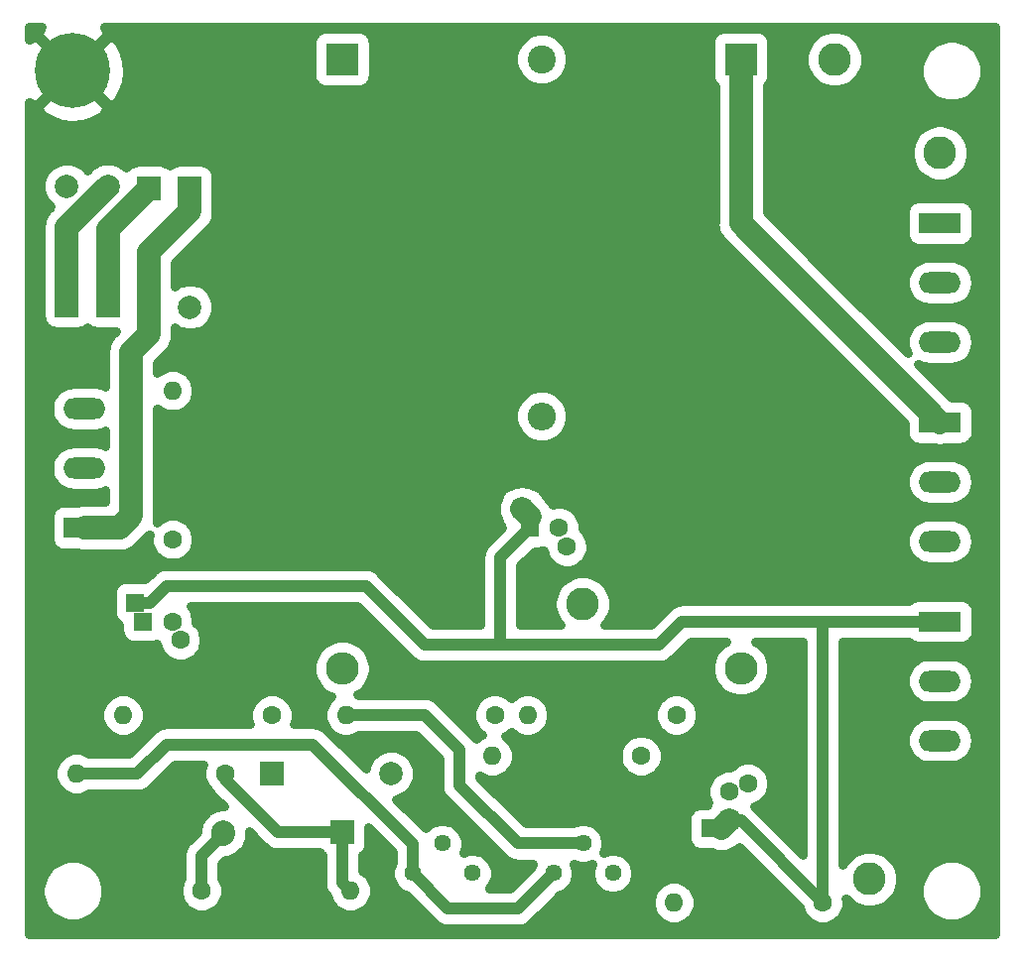
<source format=gbr>
%TF.GenerationSoftware,KiCad,Pcbnew,(5.1.5-0-10_14)*%
%TF.CreationDate,2020-09-13T21:19:58+01:00*%
%TF.ProjectId,PowerSupply,506f7765-7253-4757-9070-6c792e6b6963,rev?*%
%TF.SameCoordinates,Original*%
%TF.FileFunction,Copper,L1,Top*%
%TF.FilePolarity,Positive*%
%FSLAX46Y46*%
G04 Gerber Fmt 4.6, Leading zero omitted, Abs format (unit mm)*
G04 Created by KiCad (PCBNEW (5.1.5-0-10_14)) date 2020-09-13 21:19:58*
%MOMM*%
%LPD*%
G04 APERTURE LIST*
%ADD10R,3.600000X1.800000*%
%ADD11O,3.600000X1.800000*%
%ADD12R,1.600000X1.600000*%
%ADD13C,1.600000*%
%ADD14O,1.600000X1.600000*%
%ADD15C,1.998980*%
%ADD16R,1.998980X1.998980*%
%ADD17C,1.440000*%
%ADD18C,6.400000*%
%ADD19R,2.800000X2.800000*%
%ADD20O,2.800000X2.800000*%
%ADD21C,2.800000*%
%ADD22C,2.400000*%
%ADD23O,2.400000X2.400000*%
%ADD24C,1.000000*%
%ADD25C,2.000000*%
%ADD26C,0.800000*%
G04 APERTURE END LIST*
D10*
X129000000Y-70000000D03*
D11*
X129000000Y-75080000D03*
X129000000Y-80160000D03*
D12*
X61000000Y-87000000D03*
D13*
X63500000Y-87000000D03*
D12*
X60329063Y-85400000D03*
D13*
X64170937Y-88600000D03*
X72000000Y-95000000D03*
D14*
X59300000Y-95000000D03*
D12*
X94000000Y-79000000D03*
D13*
X96500000Y-79000000D03*
D12*
X93329063Y-77400000D03*
D13*
X97170937Y-80600000D03*
D12*
X111000000Y-104000000D03*
D13*
X111000000Y-101500000D03*
D12*
X109400000Y-104670937D03*
D13*
X112600000Y-100829063D03*
D15*
X82160000Y-99997460D03*
D16*
X72000000Y-99997460D03*
D15*
X67840000Y-105002540D03*
D16*
X78000000Y-105002540D03*
D10*
X56000000Y-79000000D03*
D11*
X56000000Y-73920000D03*
X56000000Y-68840000D03*
D17*
X101080000Y-108500000D03*
X98540000Y-105960000D03*
X96000000Y-108500000D03*
X89080000Y-108500000D03*
X86540000Y-105960000D03*
X84000000Y-108500000D03*
D18*
X55000000Y-40000000D03*
D10*
X129000000Y-53000000D03*
D11*
X129000000Y-58080000D03*
X129000000Y-63160000D03*
D10*
X129000000Y-87000000D03*
D11*
X129000000Y-92080000D03*
X129000000Y-97160000D03*
D19*
X78000000Y-39000000D03*
D20*
X78000000Y-91000000D03*
D19*
X112000000Y-39000000D03*
D20*
X112000000Y-91000000D03*
D13*
X63500000Y-80000000D03*
D14*
X63500000Y-67300000D03*
D13*
X91000000Y-95000000D03*
D14*
X78300000Y-95000000D03*
D13*
X119000000Y-111000000D03*
D14*
X106300000Y-111000000D03*
D13*
X68000000Y-100000000D03*
D14*
X55300000Y-100000000D03*
D13*
X66000000Y-110000000D03*
D14*
X78700000Y-110000000D03*
D15*
X65002540Y-60160000D03*
D16*
X65002540Y-50000000D03*
D15*
X54497460Y-49840000D03*
D16*
X54497460Y-60000000D03*
D15*
X61502540Y-60160000D03*
D16*
X61502540Y-50000000D03*
D15*
X57997460Y-49840000D03*
D16*
X57997460Y-60000000D03*
D21*
X129000000Y-47000000D03*
X120000000Y-39000000D03*
X98500000Y-85500000D03*
X123000000Y-109000000D03*
D22*
X95000000Y-39000000D03*
D23*
X95000000Y-69480000D03*
D13*
X106500000Y-95000000D03*
D14*
X93800000Y-95000000D03*
D13*
X103500000Y-98500000D03*
D14*
X90800000Y-98500000D03*
D24*
X55300000Y-100000000D02*
X60500000Y-100000000D01*
X84000000Y-106000000D02*
X84000000Y-108500000D01*
X75500000Y-97500000D02*
X84000000Y-106000000D01*
X63000000Y-97500000D02*
X75500000Y-97500000D01*
X60500000Y-100000000D02*
X63000000Y-97500000D01*
X84000000Y-108500000D02*
X87000000Y-111500000D01*
X87000000Y-111500000D02*
X93000000Y-111500000D01*
X93000000Y-111500000D02*
X96000000Y-108500000D01*
X78300000Y-95000000D02*
X85000000Y-95000000D01*
X92960000Y-105960000D02*
X98540000Y-105960000D01*
X88000000Y-101000000D02*
X92960000Y-105960000D01*
X88000000Y-98000000D02*
X88000000Y-101000000D01*
X85000000Y-95000000D02*
X88000000Y-98000000D01*
X78000000Y-105002540D02*
X78000000Y-109300000D01*
X78000000Y-109300000D02*
X78700000Y-110000000D01*
X68000000Y-100000000D02*
X68000000Y-100500000D01*
X68000000Y-100500000D02*
X72502540Y-105002540D01*
X72502540Y-105002540D02*
X78000000Y-105002540D01*
D25*
X61502540Y-60160000D02*
X61502540Y-55497460D01*
X65002540Y-51997460D02*
X65002540Y-50000000D01*
X61502540Y-55497460D02*
X65002540Y-51997460D01*
X56000000Y-79000000D02*
X59000000Y-79000000D01*
X61502540Y-62497460D02*
X61502540Y-60160000D01*
X60000000Y-64000000D02*
X61502540Y-62497460D01*
X60000000Y-78000000D02*
X60000000Y-64000000D01*
X59000000Y-79000000D02*
X60000000Y-78000000D01*
X57997460Y-60000000D02*
X57997460Y-53505080D01*
X57997460Y-53505080D02*
X61502540Y-50000000D01*
X112000000Y-39000000D02*
X112000000Y-53000000D01*
X112000000Y-53000000D02*
X129000000Y-70000000D01*
D24*
X129000000Y-87000000D02*
X119000000Y-87000000D01*
X94000000Y-79000000D02*
X94000000Y-78070937D01*
D25*
X94000000Y-78070937D02*
X93329063Y-77400000D01*
D24*
X91500000Y-89000000D02*
X91500000Y-81500000D01*
X91500000Y-81500000D02*
X94000000Y-79000000D01*
X109400000Y-104670937D02*
X110329063Y-104670937D01*
D25*
X110329063Y-104670937D02*
X111000000Y-104000000D01*
D24*
X111000000Y-104000000D02*
X112000000Y-104000000D01*
X112000000Y-104000000D02*
X119000000Y-111000000D01*
X119000000Y-111000000D02*
X119000000Y-87000000D01*
X60329063Y-85400000D02*
X61600000Y-85400000D01*
X107000000Y-87000000D02*
X105000000Y-89000000D01*
X61600000Y-85400000D02*
X63000000Y-84000000D01*
X63000000Y-84000000D02*
X80000000Y-84000000D01*
X80000000Y-84000000D02*
X85000000Y-89000000D01*
X85000000Y-89000000D02*
X91500000Y-89000000D01*
X91500000Y-89000000D02*
X105000000Y-89000000D01*
X119000000Y-87000000D02*
X107000000Y-87000000D01*
D25*
X54497460Y-60000000D02*
X54497460Y-53340000D01*
X54497460Y-53340000D02*
X57997460Y-49840000D01*
D24*
X67840000Y-105160000D02*
X66000000Y-107000000D01*
X66000000Y-107000000D02*
X66000000Y-110000000D01*
D25*
X67840000Y-105002540D02*
X67840000Y-105160000D01*
D26*
G36*
X52050597Y-36909175D02*
G01*
X55000000Y-39858579D01*
X57949403Y-36909175D01*
X57667531Y-36275000D01*
X133725000Y-36275000D01*
X133725001Y-113725000D01*
X51275000Y-113725000D01*
X51275000Y-109724224D01*
X52200000Y-109724224D01*
X52200000Y-110275776D01*
X52307602Y-110816730D01*
X52518672Y-111326297D01*
X52825098Y-111784896D01*
X53215104Y-112174902D01*
X53673703Y-112481328D01*
X54183270Y-112692398D01*
X54724224Y-112800000D01*
X55275776Y-112800000D01*
X55816730Y-112692398D01*
X56326297Y-112481328D01*
X56784896Y-112174902D01*
X57174902Y-111784896D01*
X57481328Y-111326297D01*
X57692398Y-110816730D01*
X57800000Y-110275776D01*
X57800000Y-109724224D01*
X57692398Y-109183270D01*
X57481328Y-108673703D01*
X57174902Y-108215104D01*
X56784896Y-107825098D01*
X56326297Y-107518672D01*
X55816730Y-107307602D01*
X55275776Y-107200000D01*
X54724224Y-107200000D01*
X54183270Y-107307602D01*
X53673703Y-107518672D01*
X53215104Y-107825098D01*
X52825098Y-108215104D01*
X52518672Y-108673703D01*
X52307602Y-109183270D01*
X52200000Y-109724224D01*
X51275000Y-109724224D01*
X51275000Y-99803017D01*
X53300000Y-99803017D01*
X53300000Y-100196983D01*
X53376859Y-100583378D01*
X53527623Y-100947355D01*
X53746499Y-101274926D01*
X54025074Y-101553501D01*
X54352645Y-101772377D01*
X54716622Y-101923141D01*
X55103017Y-102000000D01*
X55496983Y-102000000D01*
X55883378Y-101923141D01*
X56247355Y-101772377D01*
X56355675Y-101700000D01*
X60416500Y-101700000D01*
X60500000Y-101708224D01*
X60583500Y-101700000D01*
X60583510Y-101700000D01*
X60833258Y-101675402D01*
X61153709Y-101578194D01*
X61449039Y-101420337D01*
X61555145Y-101333258D01*
X61643031Y-101261132D01*
X61643035Y-101261128D01*
X61707897Y-101207897D01*
X61761128Y-101143035D01*
X63704163Y-99200000D01*
X66166587Y-99200000D01*
X66076859Y-99416622D01*
X66000000Y-99803017D01*
X66000000Y-100196983D01*
X66076859Y-100583378D01*
X66227623Y-100947355D01*
X66446499Y-101274926D01*
X66532642Y-101361069D01*
X66579663Y-101449039D01*
X66738868Y-101643031D01*
X66738872Y-101643035D01*
X66792103Y-101707897D01*
X66856964Y-101761127D01*
X67892948Y-102797111D01*
X67840000Y-102791896D01*
X67726752Y-102803050D01*
X67623369Y-102803050D01*
X67521974Y-102823219D01*
X67408725Y-102834373D01*
X67299822Y-102867408D01*
X67198433Y-102887576D01*
X67102930Y-102927134D01*
X66994023Y-102960171D01*
X66893655Y-103013819D01*
X66798151Y-103053378D01*
X66712196Y-103110811D01*
X66611832Y-103164457D01*
X66523865Y-103236650D01*
X66437907Y-103294085D01*
X66364805Y-103367187D01*
X66276839Y-103439379D01*
X66204647Y-103527345D01*
X66131545Y-103600447D01*
X66074110Y-103686405D01*
X66001917Y-103774372D01*
X65948272Y-103874735D01*
X65890838Y-103960691D01*
X65851278Y-104056198D01*
X65797631Y-104156564D01*
X65764596Y-104265468D01*
X65725036Y-104360973D01*
X65704868Y-104462365D01*
X65671833Y-104571266D01*
X65660679Y-104684513D01*
X65640510Y-104785909D01*
X65640510Y-104889293D01*
X65640000Y-104894471D01*
X65640000Y-104955837D01*
X64856965Y-105738872D01*
X64792103Y-105792103D01*
X64738873Y-105856964D01*
X64738868Y-105856969D01*
X64579663Y-106050961D01*
X64495287Y-106208818D01*
X64421806Y-106346292D01*
X64324598Y-106666743D01*
X64300000Y-106916491D01*
X64300000Y-106916500D01*
X64291776Y-107000000D01*
X64300000Y-107083500D01*
X64300001Y-108944324D01*
X64227623Y-109052645D01*
X64076859Y-109416622D01*
X64000000Y-109803017D01*
X64000000Y-110196983D01*
X64076859Y-110583378D01*
X64227623Y-110947355D01*
X64446499Y-111274926D01*
X64725074Y-111553501D01*
X65052645Y-111772377D01*
X65416622Y-111923141D01*
X65803017Y-112000000D01*
X66196983Y-112000000D01*
X66583378Y-111923141D01*
X66947355Y-111772377D01*
X67274926Y-111553501D01*
X67553501Y-111274926D01*
X67772377Y-110947355D01*
X67923141Y-110583378D01*
X68000000Y-110196983D01*
X68000000Y-109803017D01*
X67923141Y-109416622D01*
X67772377Y-109052645D01*
X67700000Y-108944325D01*
X67700000Y-107704163D01*
X68054662Y-107349502D01*
X68271275Y-107328167D01*
X68685977Y-107202369D01*
X69068168Y-106998083D01*
X69403161Y-106723161D01*
X69678083Y-106388168D01*
X69882369Y-106005976D01*
X70008167Y-105591274D01*
X70040000Y-105268069D01*
X70040000Y-104944163D01*
X71241412Y-106145575D01*
X71294643Y-106210437D01*
X71359505Y-106263668D01*
X71359508Y-106263671D01*
X71553500Y-106422877D01*
X71648262Y-106473528D01*
X71848831Y-106580734D01*
X72169282Y-106677942D01*
X72419030Y-106702540D01*
X72419039Y-106702540D01*
X72502539Y-106710764D01*
X72586039Y-106702540D01*
X76023032Y-106702540D01*
X76147876Y-106854664D01*
X76300000Y-106979509D01*
X76300001Y-109216490D01*
X76291776Y-109300000D01*
X76324599Y-109633258D01*
X76421807Y-109953709D01*
X76579663Y-110249039D01*
X76738868Y-110443031D01*
X76738877Y-110443040D01*
X76752164Y-110459231D01*
X76776859Y-110583378D01*
X76927623Y-110947355D01*
X77146499Y-111274926D01*
X77425074Y-111553501D01*
X77752645Y-111772377D01*
X78116622Y-111923141D01*
X78503017Y-112000000D01*
X78896983Y-112000000D01*
X79283378Y-111923141D01*
X79647355Y-111772377D01*
X79974926Y-111553501D01*
X80253501Y-111274926D01*
X80472377Y-110947355D01*
X80623141Y-110583378D01*
X80700000Y-110196983D01*
X80700000Y-109803017D01*
X80623141Y-109416622D01*
X80472377Y-109052645D01*
X80253501Y-108725074D01*
X79974926Y-108446499D01*
X79700000Y-108262799D01*
X79700000Y-106979508D01*
X79852124Y-106854664D01*
X80002081Y-106671940D01*
X80113509Y-106463472D01*
X80182127Y-106237271D01*
X80205296Y-106002030D01*
X80205296Y-104609459D01*
X82300000Y-106704163D01*
X82300001Y-107588320D01*
X82298518Y-107590539D01*
X82153785Y-107939957D01*
X82080000Y-108310897D01*
X82080000Y-108689103D01*
X82153785Y-109060043D01*
X82298518Y-109409461D01*
X82508639Y-109723929D01*
X82776071Y-109991361D01*
X83090539Y-110201482D01*
X83439957Y-110346215D01*
X83442572Y-110346735D01*
X85738872Y-112643035D01*
X85792103Y-112707897D01*
X85856965Y-112761128D01*
X85856969Y-112761132D01*
X85904330Y-112800000D01*
X86050961Y-112920337D01*
X86346291Y-113078194D01*
X86666742Y-113175402D01*
X86916490Y-113200000D01*
X86916498Y-113200000D01*
X87000000Y-113208224D01*
X87083502Y-113200000D01*
X92916500Y-113200000D01*
X93000000Y-113208224D01*
X93083500Y-113200000D01*
X93083510Y-113200000D01*
X93333258Y-113175402D01*
X93653709Y-113078194D01*
X93949039Y-112920337D01*
X94095670Y-112800000D01*
X94143031Y-112761132D01*
X94143035Y-112761128D01*
X94207897Y-112707897D01*
X94261128Y-112643035D01*
X96101146Y-110803017D01*
X104300000Y-110803017D01*
X104300000Y-111196983D01*
X104376859Y-111583378D01*
X104527623Y-111947355D01*
X104746499Y-112274926D01*
X105025074Y-112553501D01*
X105352645Y-112772377D01*
X105716622Y-112923141D01*
X106103017Y-113000000D01*
X106496983Y-113000000D01*
X106883378Y-112923141D01*
X107247355Y-112772377D01*
X107574926Y-112553501D01*
X107853501Y-112274926D01*
X108072377Y-111947355D01*
X108223141Y-111583378D01*
X108300000Y-111196983D01*
X108300000Y-110803017D01*
X108223141Y-110416622D01*
X108072377Y-110052645D01*
X107853501Y-109725074D01*
X107574926Y-109446499D01*
X107247355Y-109227623D01*
X106883378Y-109076859D01*
X106496983Y-109000000D01*
X106103017Y-109000000D01*
X105716622Y-109076859D01*
X105352645Y-109227623D01*
X105025074Y-109446499D01*
X104746499Y-109725074D01*
X104527623Y-110052645D01*
X104376859Y-110416622D01*
X104300000Y-110803017D01*
X96101146Y-110803017D01*
X96557428Y-110346735D01*
X96560043Y-110346215D01*
X96909461Y-110201482D01*
X97223929Y-109991361D01*
X97491361Y-109723929D01*
X97701482Y-109409461D01*
X97846215Y-109060043D01*
X97920000Y-108689103D01*
X97920000Y-108310897D01*
X97846215Y-107939957D01*
X97751646Y-107711646D01*
X97979957Y-107806215D01*
X98350897Y-107880000D01*
X98729103Y-107880000D01*
X99100043Y-107806215D01*
X99328354Y-107711646D01*
X99233785Y-107939957D01*
X99160000Y-108310897D01*
X99160000Y-108689103D01*
X99233785Y-109060043D01*
X99378518Y-109409461D01*
X99588639Y-109723929D01*
X99856071Y-109991361D01*
X100170539Y-110201482D01*
X100519957Y-110346215D01*
X100890897Y-110420000D01*
X101269103Y-110420000D01*
X101640043Y-110346215D01*
X101989461Y-110201482D01*
X102303929Y-109991361D01*
X102571361Y-109723929D01*
X102781482Y-109409461D01*
X102926215Y-109060043D01*
X103000000Y-108689103D01*
X103000000Y-108310897D01*
X102926215Y-107939957D01*
X102781482Y-107590539D01*
X102571361Y-107276071D01*
X102303929Y-107008639D01*
X101989461Y-106798518D01*
X101640043Y-106653785D01*
X101269103Y-106580000D01*
X100890897Y-106580000D01*
X100519957Y-106653785D01*
X100291646Y-106748354D01*
X100386215Y-106520043D01*
X100460000Y-106149103D01*
X100460000Y-105770897D01*
X100386215Y-105399957D01*
X100241482Y-105050539D01*
X100031361Y-104736071D01*
X99763929Y-104468639D01*
X99449461Y-104258518D01*
X99100043Y-104113785D01*
X98729103Y-104040000D01*
X98350897Y-104040000D01*
X97979957Y-104113785D01*
X97630539Y-104258518D01*
X97628321Y-104260000D01*
X93664163Y-104260000D01*
X89700000Y-100295837D01*
X89700000Y-100170383D01*
X89852645Y-100272377D01*
X90216622Y-100423141D01*
X90603017Y-100500000D01*
X90996983Y-100500000D01*
X91383378Y-100423141D01*
X91747355Y-100272377D01*
X92074926Y-100053501D01*
X92353501Y-99774926D01*
X92572377Y-99447355D01*
X92723141Y-99083378D01*
X92800000Y-98696983D01*
X92800000Y-98303017D01*
X101500000Y-98303017D01*
X101500000Y-98696983D01*
X101576859Y-99083378D01*
X101727623Y-99447355D01*
X101946499Y-99774926D01*
X102225074Y-100053501D01*
X102552645Y-100272377D01*
X102916622Y-100423141D01*
X103303017Y-100500000D01*
X103696983Y-100500000D01*
X104083378Y-100423141D01*
X104447355Y-100272377D01*
X104774926Y-100053501D01*
X105053501Y-99774926D01*
X105272377Y-99447355D01*
X105423141Y-99083378D01*
X105500000Y-98696983D01*
X105500000Y-98303017D01*
X105423141Y-97916622D01*
X105272377Y-97552645D01*
X105053501Y-97225074D01*
X104774926Y-96946499D01*
X104447355Y-96727623D01*
X104083378Y-96576859D01*
X103696983Y-96500000D01*
X103303017Y-96500000D01*
X102916622Y-96576859D01*
X102552645Y-96727623D01*
X102225074Y-96946499D01*
X101946499Y-97225074D01*
X101727623Y-97552645D01*
X101576859Y-97916622D01*
X101500000Y-98303017D01*
X92800000Y-98303017D01*
X92723141Y-97916622D01*
X92572377Y-97552645D01*
X92353501Y-97225074D01*
X92074926Y-96946499D01*
X91865239Y-96806391D01*
X91947355Y-96772377D01*
X92274926Y-96553501D01*
X92400000Y-96428427D01*
X92525074Y-96553501D01*
X92852645Y-96772377D01*
X93216622Y-96923141D01*
X93603017Y-97000000D01*
X93996983Y-97000000D01*
X94383378Y-96923141D01*
X94747355Y-96772377D01*
X95074926Y-96553501D01*
X95353501Y-96274926D01*
X95572377Y-95947355D01*
X95723141Y-95583378D01*
X95800000Y-95196983D01*
X95800000Y-94803017D01*
X104500000Y-94803017D01*
X104500000Y-95196983D01*
X104576859Y-95583378D01*
X104727623Y-95947355D01*
X104946499Y-96274926D01*
X105225074Y-96553501D01*
X105552645Y-96772377D01*
X105916622Y-96923141D01*
X106303017Y-97000000D01*
X106696983Y-97000000D01*
X107083378Y-96923141D01*
X107447355Y-96772377D01*
X107774926Y-96553501D01*
X108053501Y-96274926D01*
X108272377Y-95947355D01*
X108423141Y-95583378D01*
X108500000Y-95196983D01*
X108500000Y-94803017D01*
X108423141Y-94416622D01*
X108272377Y-94052645D01*
X108053501Y-93725074D01*
X107774926Y-93446499D01*
X107447355Y-93227623D01*
X107083378Y-93076859D01*
X106696983Y-93000000D01*
X106303017Y-93000000D01*
X105916622Y-93076859D01*
X105552645Y-93227623D01*
X105225074Y-93446499D01*
X104946499Y-93725074D01*
X104727623Y-94052645D01*
X104576859Y-94416622D01*
X104500000Y-94803017D01*
X95800000Y-94803017D01*
X95723141Y-94416622D01*
X95572377Y-94052645D01*
X95353501Y-93725074D01*
X95074926Y-93446499D01*
X94747355Y-93227623D01*
X94383378Y-93076859D01*
X93996983Y-93000000D01*
X93603017Y-93000000D01*
X93216622Y-93076859D01*
X92852645Y-93227623D01*
X92525074Y-93446499D01*
X92400000Y-93571573D01*
X92274926Y-93446499D01*
X91947355Y-93227623D01*
X91583378Y-93076859D01*
X91196983Y-93000000D01*
X90803017Y-93000000D01*
X90416622Y-93076859D01*
X90052645Y-93227623D01*
X89725074Y-93446499D01*
X89446499Y-93725074D01*
X89227623Y-94052645D01*
X89076859Y-94416622D01*
X89000000Y-94803017D01*
X89000000Y-95196983D01*
X89076859Y-95583378D01*
X89227623Y-95947355D01*
X89446499Y-96274926D01*
X89725074Y-96553501D01*
X89934761Y-96693609D01*
X89852645Y-96727623D01*
X89525074Y-96946499D01*
X89420433Y-97051140D01*
X89420337Y-97050961D01*
X89334607Y-96946499D01*
X89261132Y-96856969D01*
X89261128Y-96856965D01*
X89207897Y-96792103D01*
X89143036Y-96738873D01*
X86261128Y-93856965D01*
X86207897Y-93792103D01*
X86143035Y-93738872D01*
X86143031Y-93738868D01*
X85949039Y-93579663D01*
X85934906Y-93572109D01*
X85653709Y-93421806D01*
X85333258Y-93324598D01*
X85083510Y-93300000D01*
X85083500Y-93300000D01*
X85000000Y-93291776D01*
X84916500Y-93300000D01*
X79355675Y-93300000D01*
X79296679Y-93260580D01*
X79657403Y-93019552D01*
X80019552Y-92657403D01*
X80304090Y-92231562D01*
X80500083Y-91758392D01*
X80600000Y-91256078D01*
X80600000Y-90743922D01*
X80500083Y-90241608D01*
X80304090Y-89768438D01*
X80019552Y-89342597D01*
X79657403Y-88980448D01*
X79231562Y-88695910D01*
X78758392Y-88499917D01*
X78256078Y-88400000D01*
X77743922Y-88400000D01*
X77241608Y-88499917D01*
X76768438Y-88695910D01*
X76342597Y-88980448D01*
X75980448Y-89342597D01*
X75695910Y-89768438D01*
X75499917Y-90241608D01*
X75400000Y-90743922D01*
X75400000Y-91256078D01*
X75499917Y-91758392D01*
X75695910Y-92231562D01*
X75980448Y-92657403D01*
X76342597Y-93019552D01*
X76768438Y-93304090D01*
X77058433Y-93424209D01*
X77025074Y-93446499D01*
X76746499Y-93725074D01*
X76527623Y-94052645D01*
X76376859Y-94416622D01*
X76300000Y-94803017D01*
X76300000Y-95196983D01*
X76376859Y-95583378D01*
X76527623Y-95947355D01*
X76746499Y-96274926D01*
X77025074Y-96553501D01*
X77352645Y-96772377D01*
X77716622Y-96923141D01*
X78103017Y-97000000D01*
X78496983Y-97000000D01*
X78883378Y-96923141D01*
X79247355Y-96772377D01*
X79355675Y-96700000D01*
X84295837Y-96700000D01*
X86300000Y-98704163D01*
X86300001Y-100916491D01*
X86291776Y-101000000D01*
X86324599Y-101333258D01*
X86421807Y-101653709D01*
X86579663Y-101949039D01*
X86738868Y-102143031D01*
X86738877Y-102143040D01*
X86792104Y-102207897D01*
X86856961Y-102261124D01*
X91698872Y-107103035D01*
X91752103Y-107167897D01*
X91816965Y-107221128D01*
X91816968Y-107221131D01*
X91883913Y-107276071D01*
X92010961Y-107380337D01*
X92306291Y-107538194D01*
X92626742Y-107635402D01*
X92876490Y-107660000D01*
X92876499Y-107660000D01*
X92959999Y-107668224D01*
X93043499Y-107660000D01*
X94269746Y-107660000D01*
X94153785Y-107939957D01*
X94153265Y-107942572D01*
X92295837Y-109800000D01*
X90495290Y-109800000D01*
X90571361Y-109723929D01*
X90781482Y-109409461D01*
X90926215Y-109060043D01*
X91000000Y-108689103D01*
X91000000Y-108310897D01*
X90926215Y-107939957D01*
X90781482Y-107590539D01*
X90571361Y-107276071D01*
X90303929Y-107008639D01*
X89989461Y-106798518D01*
X89640043Y-106653785D01*
X89269103Y-106580000D01*
X88890897Y-106580000D01*
X88519957Y-106653785D01*
X88291646Y-106748354D01*
X88386215Y-106520043D01*
X88460000Y-106149103D01*
X88460000Y-105770897D01*
X88386215Y-105399957D01*
X88241482Y-105050539D01*
X88031361Y-104736071D01*
X87763929Y-104468639D01*
X87449461Y-104258518D01*
X87100043Y-104113785D01*
X86729103Y-104040000D01*
X86350897Y-104040000D01*
X85979957Y-104113785D01*
X85630539Y-104258518D01*
X85316071Y-104468639D01*
X85094437Y-104690274D01*
X82563869Y-102159706D01*
X82801567Y-102112424D01*
X83201849Y-101946622D01*
X83562093Y-101705915D01*
X83868455Y-101399553D01*
X84109162Y-101039309D01*
X84274964Y-100639027D01*
X84359490Y-100214091D01*
X84359490Y-99780829D01*
X84274964Y-99355893D01*
X84109162Y-98955611D01*
X83868455Y-98595367D01*
X83562093Y-98289005D01*
X83201849Y-98048298D01*
X82801567Y-97882496D01*
X82376631Y-97797970D01*
X81943369Y-97797970D01*
X81518433Y-97882496D01*
X81118151Y-98048298D01*
X80757907Y-98289005D01*
X80451545Y-98595367D01*
X80210838Y-98955611D01*
X80045036Y-99355893D01*
X79997754Y-99593591D01*
X76761128Y-96356965D01*
X76707897Y-96292103D01*
X76643035Y-96238872D01*
X76643031Y-96238868D01*
X76449039Y-96079663D01*
X76153709Y-95921806D01*
X75833258Y-95824598D01*
X75583510Y-95800000D01*
X75583500Y-95800000D01*
X75500000Y-95791776D01*
X75416500Y-95800000D01*
X73833413Y-95800000D01*
X73923141Y-95583378D01*
X74000000Y-95196983D01*
X74000000Y-94803017D01*
X73923141Y-94416622D01*
X73772377Y-94052645D01*
X73553501Y-93725074D01*
X73274926Y-93446499D01*
X72947355Y-93227623D01*
X72583378Y-93076859D01*
X72196983Y-93000000D01*
X71803017Y-93000000D01*
X71416622Y-93076859D01*
X71052645Y-93227623D01*
X70725074Y-93446499D01*
X70446499Y-93725074D01*
X70227623Y-94052645D01*
X70076859Y-94416622D01*
X70000000Y-94803017D01*
X70000000Y-95196983D01*
X70076859Y-95583378D01*
X70166587Y-95800000D01*
X63083500Y-95800000D01*
X63000000Y-95791776D01*
X62916500Y-95800000D01*
X62916490Y-95800000D01*
X62666742Y-95824598D01*
X62346291Y-95921806D01*
X62295342Y-95949039D01*
X62050960Y-96079663D01*
X61856969Y-96238868D01*
X61856965Y-96238872D01*
X61792103Y-96292103D01*
X61738872Y-96356965D01*
X59795837Y-98300000D01*
X56355675Y-98300000D01*
X56247355Y-98227623D01*
X55883378Y-98076859D01*
X55496983Y-98000000D01*
X55103017Y-98000000D01*
X54716622Y-98076859D01*
X54352645Y-98227623D01*
X54025074Y-98446499D01*
X53746499Y-98725074D01*
X53527623Y-99052645D01*
X53376859Y-99416622D01*
X53300000Y-99803017D01*
X51275000Y-99803017D01*
X51275000Y-94803017D01*
X57300000Y-94803017D01*
X57300000Y-95196983D01*
X57376859Y-95583378D01*
X57527623Y-95947355D01*
X57746499Y-96274926D01*
X58025074Y-96553501D01*
X58352645Y-96772377D01*
X58716622Y-96923141D01*
X59103017Y-97000000D01*
X59496983Y-97000000D01*
X59883378Y-96923141D01*
X60247355Y-96772377D01*
X60574926Y-96553501D01*
X60853501Y-96274926D01*
X61072377Y-95947355D01*
X61223141Y-95583378D01*
X61300000Y-95196983D01*
X61300000Y-94803017D01*
X61223141Y-94416622D01*
X61072377Y-94052645D01*
X60853501Y-93725074D01*
X60574926Y-93446499D01*
X60247355Y-93227623D01*
X59883378Y-93076859D01*
X59496983Y-93000000D01*
X59103017Y-93000000D01*
X58716622Y-93076859D01*
X58352645Y-93227623D01*
X58025074Y-93446499D01*
X57746499Y-93725074D01*
X57527623Y-94052645D01*
X57376859Y-94416622D01*
X57300000Y-94803017D01*
X51275000Y-94803017D01*
X51275000Y-84600000D01*
X58323257Y-84600000D01*
X58323257Y-86200000D01*
X58346426Y-86435241D01*
X58415044Y-86661442D01*
X58526472Y-86869910D01*
X58676429Y-87052634D01*
X58859153Y-87202591D01*
X58994194Y-87274772D01*
X58994194Y-87800000D01*
X59017363Y-88035241D01*
X59085981Y-88261442D01*
X59197409Y-88469910D01*
X59347366Y-88652634D01*
X59530090Y-88802591D01*
X59738558Y-88914019D01*
X59964759Y-88982637D01*
X60200000Y-89005806D01*
X61800000Y-89005806D01*
X62035241Y-88982637D01*
X62198043Y-88933251D01*
X62247796Y-89183378D01*
X62398560Y-89547355D01*
X62617436Y-89874926D01*
X62896011Y-90153501D01*
X63223582Y-90372377D01*
X63587559Y-90523141D01*
X63973954Y-90600000D01*
X64367920Y-90600000D01*
X64754315Y-90523141D01*
X65118292Y-90372377D01*
X65445863Y-90153501D01*
X65724438Y-89874926D01*
X65943314Y-89547355D01*
X66094078Y-89183378D01*
X66170937Y-88796983D01*
X66170937Y-88403017D01*
X66094078Y-88016622D01*
X65943314Y-87652645D01*
X65724438Y-87325074D01*
X65500000Y-87100636D01*
X65500000Y-86803017D01*
X65423141Y-86416622D01*
X65272377Y-86052645D01*
X65053501Y-85725074D01*
X65028427Y-85700000D01*
X79295837Y-85700000D01*
X83738872Y-90143035D01*
X83792103Y-90207897D01*
X83856965Y-90261128D01*
X83856969Y-90261132D01*
X83992522Y-90372377D01*
X84050961Y-90420337D01*
X84346291Y-90578194D01*
X84666742Y-90675402D01*
X84916490Y-90700000D01*
X84916500Y-90700000D01*
X85000000Y-90708224D01*
X85083500Y-90700000D01*
X91416490Y-90700000D01*
X91500000Y-90708225D01*
X91583510Y-90700000D01*
X104916500Y-90700000D01*
X105000000Y-90708224D01*
X105083500Y-90700000D01*
X105083510Y-90700000D01*
X105333258Y-90675402D01*
X105653709Y-90578194D01*
X105949039Y-90420337D01*
X106007478Y-90372377D01*
X106143031Y-90261132D01*
X106143035Y-90261128D01*
X106207897Y-90207897D01*
X106261128Y-90143035D01*
X107704163Y-88700000D01*
X110762317Y-88700000D01*
X110342597Y-88980448D01*
X109980448Y-89342597D01*
X109695910Y-89768438D01*
X109499917Y-90241608D01*
X109400000Y-90743922D01*
X109400000Y-91256078D01*
X109499917Y-91758392D01*
X109695910Y-92231562D01*
X109980448Y-92657403D01*
X110342597Y-93019552D01*
X110768438Y-93304090D01*
X111241608Y-93500083D01*
X111743922Y-93600000D01*
X112256078Y-93600000D01*
X112758392Y-93500083D01*
X113231562Y-93304090D01*
X113657403Y-93019552D01*
X114019552Y-92657403D01*
X114304090Y-92231562D01*
X114500083Y-91758392D01*
X114600000Y-91256078D01*
X114600000Y-90743922D01*
X114500083Y-90241608D01*
X114304090Y-89768438D01*
X114019552Y-89342597D01*
X113657403Y-88980448D01*
X113237683Y-88700000D01*
X117300001Y-88700000D01*
X117300000Y-106895837D01*
X113261128Y-102856965D01*
X113207897Y-102792103D01*
X113163981Y-102756062D01*
X113183378Y-102752204D01*
X113547355Y-102601440D01*
X113874926Y-102382564D01*
X114153501Y-102103989D01*
X114372377Y-101776418D01*
X114523141Y-101412441D01*
X114600000Y-101026046D01*
X114600000Y-100632080D01*
X114523141Y-100245685D01*
X114372377Y-99881708D01*
X114153501Y-99554137D01*
X113874926Y-99275562D01*
X113547355Y-99056686D01*
X113183378Y-98905922D01*
X112796983Y-98829063D01*
X112403017Y-98829063D01*
X112016622Y-98905922D01*
X111652645Y-99056686D01*
X111325074Y-99275562D01*
X111100636Y-99500000D01*
X110803017Y-99500000D01*
X110416622Y-99576859D01*
X110052645Y-99727623D01*
X109725074Y-99946499D01*
X109446499Y-100225074D01*
X109227623Y-100552645D01*
X109076859Y-100916622D01*
X109000000Y-101303017D01*
X109000000Y-101696983D01*
X109076859Y-102083378D01*
X109227623Y-102447355D01*
X109244535Y-102472666D01*
X109197409Y-102530090D01*
X109125228Y-102665131D01*
X108600000Y-102665131D01*
X108364759Y-102688300D01*
X108138558Y-102756918D01*
X107930090Y-102868346D01*
X107747366Y-103018303D01*
X107597409Y-103201027D01*
X107485981Y-103409495D01*
X107417363Y-103635696D01*
X107394194Y-103870937D01*
X107394194Y-105470937D01*
X107417363Y-105706178D01*
X107485981Y-105932379D01*
X107597409Y-106140847D01*
X107747366Y-106323571D01*
X107930090Y-106473528D01*
X108138558Y-106584956D01*
X108364759Y-106653574D01*
X108600000Y-106676743D01*
X109414682Y-106676743D01*
X109483087Y-106713306D01*
X109897788Y-106839103D01*
X110329063Y-106881580D01*
X110760338Y-106839103D01*
X111175039Y-106713306D01*
X111557231Y-106509020D01*
X111808280Y-106302988D01*
X111853553Y-106257716D01*
X117051444Y-111455607D01*
X117076859Y-111583378D01*
X117227623Y-111947355D01*
X117446499Y-112274926D01*
X117725074Y-112553501D01*
X118052645Y-112772377D01*
X118416622Y-112923141D01*
X118803017Y-113000000D01*
X119196983Y-113000000D01*
X119583378Y-112923141D01*
X119947355Y-112772377D01*
X120274926Y-112553501D01*
X120553501Y-112274926D01*
X120772377Y-111947355D01*
X120923141Y-111583378D01*
X121000000Y-111196983D01*
X121000000Y-110803017D01*
X120967046Y-110637345D01*
X120980448Y-110657403D01*
X121342597Y-111019552D01*
X121768438Y-111304090D01*
X122241608Y-111500083D01*
X122743922Y-111600000D01*
X123256078Y-111600000D01*
X123758392Y-111500083D01*
X124231562Y-111304090D01*
X124657403Y-111019552D01*
X125019552Y-110657403D01*
X125304090Y-110231562D01*
X125500083Y-109758392D01*
X125506879Y-109724224D01*
X127200000Y-109724224D01*
X127200000Y-110275776D01*
X127307602Y-110816730D01*
X127518672Y-111326297D01*
X127825098Y-111784896D01*
X128215104Y-112174902D01*
X128673703Y-112481328D01*
X129183270Y-112692398D01*
X129724224Y-112800000D01*
X130275776Y-112800000D01*
X130816730Y-112692398D01*
X131326297Y-112481328D01*
X131784896Y-112174902D01*
X132174902Y-111784896D01*
X132481328Y-111326297D01*
X132692398Y-110816730D01*
X132800000Y-110275776D01*
X132800000Y-109724224D01*
X132692398Y-109183270D01*
X132481328Y-108673703D01*
X132174902Y-108215104D01*
X131784896Y-107825098D01*
X131326297Y-107518672D01*
X130816730Y-107307602D01*
X130275776Y-107200000D01*
X129724224Y-107200000D01*
X129183270Y-107307602D01*
X128673703Y-107518672D01*
X128215104Y-107825098D01*
X127825098Y-108215104D01*
X127518672Y-108673703D01*
X127307602Y-109183270D01*
X127200000Y-109724224D01*
X125506879Y-109724224D01*
X125600000Y-109256078D01*
X125600000Y-108743922D01*
X125500083Y-108241608D01*
X125304090Y-107768438D01*
X125019552Y-107342597D01*
X124657403Y-106980448D01*
X124231562Y-106695910D01*
X123758392Y-106499917D01*
X123256078Y-106400000D01*
X122743922Y-106400000D01*
X122241608Y-106499917D01*
X121768438Y-106695910D01*
X121342597Y-106980448D01*
X120980448Y-107342597D01*
X120700000Y-107762317D01*
X120700000Y-97160000D01*
X125989839Y-97160000D01*
X126030385Y-97571672D01*
X126150465Y-97967524D01*
X126345465Y-98332343D01*
X126607891Y-98652109D01*
X126927657Y-98914535D01*
X127292476Y-99109535D01*
X127688328Y-99229615D01*
X127996833Y-99260000D01*
X130003167Y-99260000D01*
X130311672Y-99229615D01*
X130707524Y-99109535D01*
X131072343Y-98914535D01*
X131392109Y-98652109D01*
X131654535Y-98332343D01*
X131849535Y-97967524D01*
X131969615Y-97571672D01*
X132010161Y-97160000D01*
X131969615Y-96748328D01*
X131849535Y-96352476D01*
X131654535Y-95987657D01*
X131392109Y-95667891D01*
X131072343Y-95405465D01*
X130707524Y-95210465D01*
X130311672Y-95090385D01*
X130003167Y-95060000D01*
X127996833Y-95060000D01*
X127688328Y-95090385D01*
X127292476Y-95210465D01*
X126927657Y-95405465D01*
X126607891Y-95667891D01*
X126345465Y-95987657D01*
X126150465Y-96352476D01*
X126030385Y-96748328D01*
X125989839Y-97160000D01*
X120700000Y-97160000D01*
X120700000Y-92080000D01*
X125989839Y-92080000D01*
X126030385Y-92491672D01*
X126150465Y-92887524D01*
X126345465Y-93252343D01*
X126607891Y-93572109D01*
X126927657Y-93834535D01*
X127292476Y-94029535D01*
X127688328Y-94149615D01*
X127996833Y-94180000D01*
X130003167Y-94180000D01*
X130311672Y-94149615D01*
X130707524Y-94029535D01*
X131072343Y-93834535D01*
X131392109Y-93572109D01*
X131654535Y-93252343D01*
X131849535Y-92887524D01*
X131969615Y-92491672D01*
X132010161Y-92080000D01*
X131969615Y-91668328D01*
X131849535Y-91272476D01*
X131654535Y-90907657D01*
X131392109Y-90587891D01*
X131072343Y-90325465D01*
X130707524Y-90130465D01*
X130311672Y-90010385D01*
X130003167Y-89980000D01*
X127996833Y-89980000D01*
X127688328Y-90010385D01*
X127292476Y-90130465D01*
X126927657Y-90325465D01*
X126607891Y-90587891D01*
X126345465Y-90907657D01*
X126150465Y-91272476D01*
X126030385Y-91668328D01*
X125989839Y-92080000D01*
X120700000Y-92080000D01*
X120700000Y-88700000D01*
X126304171Y-88700000D01*
X126347366Y-88752634D01*
X126530090Y-88902591D01*
X126738558Y-89014019D01*
X126964759Y-89082637D01*
X127200000Y-89105806D01*
X130800000Y-89105806D01*
X131035241Y-89082637D01*
X131261442Y-89014019D01*
X131469910Y-88902591D01*
X131652634Y-88752634D01*
X131802591Y-88569910D01*
X131914019Y-88361442D01*
X131982637Y-88135241D01*
X132005806Y-87900000D01*
X132005806Y-86100000D01*
X131982637Y-85864759D01*
X131914019Y-85638558D01*
X131802591Y-85430090D01*
X131652634Y-85247366D01*
X131469910Y-85097409D01*
X131261442Y-84985981D01*
X131035241Y-84917363D01*
X130800000Y-84894194D01*
X127200000Y-84894194D01*
X126964759Y-84917363D01*
X126738558Y-84985981D01*
X126530090Y-85097409D01*
X126347366Y-85247366D01*
X126304171Y-85300000D01*
X119083510Y-85300000D01*
X119000000Y-85291775D01*
X118916490Y-85300000D01*
X107083499Y-85300000D01*
X106999999Y-85291776D01*
X106916499Y-85300000D01*
X106916490Y-85300000D01*
X106666742Y-85324598D01*
X106346291Y-85421806D01*
X106330793Y-85430090D01*
X106050960Y-85579663D01*
X105856968Y-85738869D01*
X105856965Y-85738872D01*
X105792103Y-85792103D01*
X105738872Y-85856965D01*
X104295837Y-87300000D01*
X100376955Y-87300000D01*
X100519552Y-87157403D01*
X100804090Y-86731562D01*
X101000083Y-86258392D01*
X101100000Y-85756078D01*
X101100000Y-85243922D01*
X101000083Y-84741608D01*
X100804090Y-84268438D01*
X100519552Y-83842597D01*
X100157403Y-83480448D01*
X99731562Y-83195910D01*
X99258392Y-82999917D01*
X98756078Y-82900000D01*
X98243922Y-82900000D01*
X97741608Y-82999917D01*
X97268438Y-83195910D01*
X96842597Y-83480448D01*
X96480448Y-83842597D01*
X96195910Y-84268438D01*
X95999917Y-84741608D01*
X95900000Y-85243922D01*
X95900000Y-85756078D01*
X95999917Y-86258392D01*
X96195910Y-86731562D01*
X96480448Y-87157403D01*
X96623045Y-87300000D01*
X93200000Y-87300000D01*
X93200000Y-82204163D01*
X94398357Y-81005806D01*
X94800000Y-81005806D01*
X95035241Y-80982637D01*
X95198043Y-80933251D01*
X95247796Y-81183378D01*
X95398560Y-81547355D01*
X95617436Y-81874926D01*
X95896011Y-82153501D01*
X96223582Y-82372377D01*
X96587559Y-82523141D01*
X96973954Y-82600000D01*
X97367920Y-82600000D01*
X97754315Y-82523141D01*
X98118292Y-82372377D01*
X98445863Y-82153501D01*
X98724438Y-81874926D01*
X98943314Y-81547355D01*
X99094078Y-81183378D01*
X99170937Y-80796983D01*
X99170937Y-80403017D01*
X99122598Y-80160000D01*
X125989839Y-80160000D01*
X126030385Y-80571672D01*
X126150465Y-80967524D01*
X126345465Y-81332343D01*
X126607891Y-81652109D01*
X126927657Y-81914535D01*
X127292476Y-82109535D01*
X127688328Y-82229615D01*
X127996833Y-82260000D01*
X130003167Y-82260000D01*
X130311672Y-82229615D01*
X130707524Y-82109535D01*
X131072343Y-81914535D01*
X131392109Y-81652109D01*
X131654535Y-81332343D01*
X131849535Y-80967524D01*
X131969615Y-80571672D01*
X132010161Y-80160000D01*
X131969615Y-79748328D01*
X131849535Y-79352476D01*
X131654535Y-78987657D01*
X131392109Y-78667891D01*
X131072343Y-78405465D01*
X130707524Y-78210465D01*
X130311672Y-78090385D01*
X130003167Y-78060000D01*
X127996833Y-78060000D01*
X127688328Y-78090385D01*
X127292476Y-78210465D01*
X126927657Y-78405465D01*
X126607891Y-78667891D01*
X126345465Y-78987657D01*
X126150465Y-79352476D01*
X126030385Y-79748328D01*
X125989839Y-80160000D01*
X99122598Y-80160000D01*
X99094078Y-80016622D01*
X98943314Y-79652645D01*
X98724438Y-79325074D01*
X98500000Y-79100636D01*
X98500000Y-78803017D01*
X98423141Y-78416622D01*
X98272377Y-78052645D01*
X98053501Y-77725074D01*
X97774926Y-77446499D01*
X97447355Y-77227623D01*
X97083378Y-77076859D01*
X96696983Y-77000000D01*
X96303017Y-77000000D01*
X95958729Y-77068483D01*
X95838082Y-76842769D01*
X95632051Y-76591719D01*
X95271034Y-76230702D01*
X95243082Y-76138558D01*
X95131654Y-75930090D01*
X94981697Y-75747366D01*
X94798973Y-75597409D01*
X94590505Y-75485981D01*
X94364304Y-75417363D01*
X94269280Y-75408004D01*
X94175039Y-75357631D01*
X93760338Y-75231834D01*
X93329063Y-75189357D01*
X92897788Y-75231834D01*
X92483087Y-75357631D01*
X92388846Y-75408004D01*
X92293822Y-75417363D01*
X92067621Y-75485981D01*
X91859153Y-75597409D01*
X91676429Y-75747366D01*
X91526472Y-75930090D01*
X91415044Y-76138558D01*
X91346426Y-76364759D01*
X91337067Y-76459783D01*
X91286694Y-76554024D01*
X91160897Y-76968725D01*
X91118420Y-77400000D01*
X91160897Y-77831275D01*
X91286694Y-78245976D01*
X91337067Y-78340217D01*
X91346426Y-78435241D01*
X91415044Y-78661442D01*
X91526472Y-78869910D01*
X91616377Y-78979460D01*
X90356961Y-80238876D01*
X90292104Y-80292103D01*
X90238877Y-80356960D01*
X90238868Y-80356969D01*
X90079663Y-80550961D01*
X89921807Y-80846291D01*
X89824599Y-81166742D01*
X89791776Y-81500000D01*
X89800001Y-81583510D01*
X89800000Y-87300000D01*
X85704163Y-87300000D01*
X81261128Y-82856965D01*
X81207897Y-82792103D01*
X81143035Y-82738872D01*
X81143031Y-82738868D01*
X80949039Y-82579663D01*
X80653709Y-82421806D01*
X80333258Y-82324598D01*
X80083510Y-82300000D01*
X80083500Y-82300000D01*
X80000000Y-82291776D01*
X79916500Y-82300000D01*
X63083500Y-82300000D01*
X63000000Y-82291776D01*
X62916500Y-82300000D01*
X62916490Y-82300000D01*
X62666742Y-82324598D01*
X62346291Y-82421806D01*
X62295342Y-82449039D01*
X62050960Y-82579663D01*
X61856968Y-82738868D01*
X61856960Y-82738876D01*
X61792103Y-82792103D01*
X61738876Y-82856960D01*
X61195135Y-83400701D01*
X61129063Y-83394194D01*
X59529063Y-83394194D01*
X59293822Y-83417363D01*
X59067621Y-83485981D01*
X58859153Y-83597409D01*
X58676429Y-83747366D01*
X58526472Y-83930090D01*
X58415044Y-84138558D01*
X58346426Y-84364759D01*
X58323257Y-84600000D01*
X51275000Y-84600000D01*
X51275000Y-53340000D01*
X52286817Y-53340000D01*
X52297461Y-53448070D01*
X52297460Y-58946737D01*
X52292164Y-59000510D01*
X52292164Y-60999490D01*
X52315333Y-61234731D01*
X52383951Y-61460932D01*
X52495379Y-61669400D01*
X52645336Y-61852124D01*
X52828060Y-62002081D01*
X53036528Y-62113509D01*
X53262729Y-62182127D01*
X53497970Y-62205296D01*
X54443161Y-62205296D01*
X54497460Y-62210644D01*
X54551759Y-62205296D01*
X55496950Y-62205296D01*
X55732191Y-62182127D01*
X55958392Y-62113509D01*
X56166860Y-62002081D01*
X56247460Y-61935935D01*
X56328060Y-62002081D01*
X56536528Y-62113509D01*
X56762729Y-62182127D01*
X56997970Y-62205296D01*
X57943161Y-62205296D01*
X57997460Y-62210644D01*
X58051759Y-62205296D01*
X58683436Y-62205296D01*
X58520784Y-62367948D01*
X58436840Y-62436839D01*
X58367949Y-62520783D01*
X58161917Y-62771832D01*
X57957631Y-63154024D01*
X57831834Y-63568725D01*
X57789357Y-64000000D01*
X57800001Y-64108070D01*
X57800001Y-66939895D01*
X57707524Y-66890465D01*
X57311672Y-66770385D01*
X57003167Y-66740000D01*
X54996833Y-66740000D01*
X54688328Y-66770385D01*
X54292476Y-66890465D01*
X53927657Y-67085465D01*
X53607891Y-67347891D01*
X53345465Y-67667657D01*
X53150465Y-68032476D01*
X53030385Y-68428328D01*
X52989839Y-68840000D01*
X53030385Y-69251672D01*
X53150465Y-69647524D01*
X53345465Y-70012343D01*
X53607891Y-70332109D01*
X53927657Y-70594535D01*
X54292476Y-70789535D01*
X54688328Y-70909615D01*
X54996833Y-70940000D01*
X57003167Y-70940000D01*
X57311672Y-70909615D01*
X57707524Y-70789535D01*
X57800001Y-70740105D01*
X57800000Y-72019895D01*
X57707524Y-71970465D01*
X57311672Y-71850385D01*
X57003167Y-71820000D01*
X54996833Y-71820000D01*
X54688328Y-71850385D01*
X54292476Y-71970465D01*
X53927657Y-72165465D01*
X53607891Y-72427891D01*
X53345465Y-72747657D01*
X53150465Y-73112476D01*
X53030385Y-73508328D01*
X52989839Y-73920000D01*
X53030385Y-74331672D01*
X53150465Y-74727524D01*
X53345465Y-75092343D01*
X53607891Y-75412109D01*
X53927657Y-75674535D01*
X54292476Y-75869535D01*
X54688328Y-75989615D01*
X54996833Y-76020000D01*
X57003167Y-76020000D01*
X57311672Y-75989615D01*
X57707524Y-75869535D01*
X57800000Y-75820105D01*
X57800000Y-76800000D01*
X55891930Y-76800000D01*
X55568725Y-76831833D01*
X55363148Y-76894194D01*
X54200000Y-76894194D01*
X53964759Y-76917363D01*
X53738558Y-76985981D01*
X53530090Y-77097409D01*
X53347366Y-77247366D01*
X53197409Y-77430090D01*
X53085981Y-77638558D01*
X53017363Y-77864759D01*
X52994194Y-78100000D01*
X52994194Y-79900000D01*
X53017363Y-80135241D01*
X53085981Y-80361442D01*
X53197409Y-80569910D01*
X53347366Y-80752634D01*
X53530090Y-80902591D01*
X53738558Y-81014019D01*
X53964759Y-81082637D01*
X54200000Y-81105806D01*
X55363148Y-81105806D01*
X55568725Y-81168167D01*
X55891930Y-81200000D01*
X58891940Y-81200000D01*
X59000000Y-81210643D01*
X59108060Y-81200000D01*
X59108070Y-81200000D01*
X59431275Y-81168167D01*
X59845977Y-81042369D01*
X60228168Y-80838083D01*
X60563161Y-80563161D01*
X60632057Y-80479211D01*
X61479215Y-79632053D01*
X61544696Y-79578315D01*
X61500000Y-79803017D01*
X61500000Y-80196983D01*
X61576859Y-80583378D01*
X61727623Y-80947355D01*
X61946499Y-81274926D01*
X62225074Y-81553501D01*
X62552645Y-81772377D01*
X62916622Y-81923141D01*
X63303017Y-82000000D01*
X63696983Y-82000000D01*
X64083378Y-81923141D01*
X64447355Y-81772377D01*
X64774926Y-81553501D01*
X65053501Y-81274926D01*
X65272377Y-80947355D01*
X65423141Y-80583378D01*
X65500000Y-80196983D01*
X65500000Y-79803017D01*
X65423141Y-79416622D01*
X65272377Y-79052645D01*
X65053501Y-78725074D01*
X64774926Y-78446499D01*
X64447355Y-78227623D01*
X64083378Y-78076859D01*
X63696983Y-78000000D01*
X63303017Y-78000000D01*
X62916622Y-78076859D01*
X62552645Y-78227623D01*
X62225074Y-78446499D01*
X62136759Y-78534814D01*
X62168167Y-78431275D01*
X62200000Y-78108070D01*
X62200000Y-78108062D01*
X62210643Y-78000000D01*
X62200000Y-77891938D01*
X62200000Y-75080000D01*
X125989839Y-75080000D01*
X126030385Y-75491672D01*
X126150465Y-75887524D01*
X126345465Y-76252343D01*
X126607891Y-76572109D01*
X126927657Y-76834535D01*
X127292476Y-77029535D01*
X127688328Y-77149615D01*
X127996833Y-77180000D01*
X130003167Y-77180000D01*
X130311672Y-77149615D01*
X130707524Y-77029535D01*
X131072343Y-76834535D01*
X131392109Y-76572109D01*
X131654535Y-76252343D01*
X131849535Y-75887524D01*
X131969615Y-75491672D01*
X132010161Y-75080000D01*
X131969615Y-74668328D01*
X131849535Y-74272476D01*
X131654535Y-73907657D01*
X131392109Y-73587891D01*
X131072343Y-73325465D01*
X130707524Y-73130465D01*
X130311672Y-73010385D01*
X130003167Y-72980000D01*
X127996833Y-72980000D01*
X127688328Y-73010385D01*
X127292476Y-73130465D01*
X126927657Y-73325465D01*
X126607891Y-73587891D01*
X126345465Y-73907657D01*
X126150465Y-74272476D01*
X126030385Y-74668328D01*
X125989839Y-75080000D01*
X62200000Y-75080000D01*
X62200000Y-68828427D01*
X62225074Y-68853501D01*
X62552645Y-69072377D01*
X62916622Y-69223141D01*
X63303017Y-69300000D01*
X63696983Y-69300000D01*
X63980418Y-69243621D01*
X92600000Y-69243621D01*
X92600000Y-69716379D01*
X92692230Y-70180054D01*
X92873147Y-70616826D01*
X93135798Y-71009911D01*
X93470089Y-71344202D01*
X93863174Y-71606853D01*
X94299946Y-71787770D01*
X94763621Y-71880000D01*
X95236379Y-71880000D01*
X95700054Y-71787770D01*
X96136826Y-71606853D01*
X96529911Y-71344202D01*
X96864202Y-71009911D01*
X97126853Y-70616826D01*
X97307770Y-70180054D01*
X97400000Y-69716379D01*
X97400000Y-69243621D01*
X97307770Y-68779946D01*
X97126853Y-68343174D01*
X96864202Y-67950089D01*
X96529911Y-67615798D01*
X96136826Y-67353147D01*
X95700054Y-67172230D01*
X95236379Y-67080000D01*
X94763621Y-67080000D01*
X94299946Y-67172230D01*
X93863174Y-67353147D01*
X93470089Y-67615798D01*
X93135798Y-67950089D01*
X92873147Y-68343174D01*
X92692230Y-68779946D01*
X92600000Y-69243621D01*
X63980418Y-69243621D01*
X64083378Y-69223141D01*
X64447355Y-69072377D01*
X64774926Y-68853501D01*
X65053501Y-68574926D01*
X65272377Y-68247355D01*
X65423141Y-67883378D01*
X65500000Y-67496983D01*
X65500000Y-67103017D01*
X65423141Y-66716622D01*
X65272377Y-66352645D01*
X65053501Y-66025074D01*
X64774926Y-65746499D01*
X64447355Y-65527623D01*
X64083378Y-65376859D01*
X63696983Y-65300000D01*
X63303017Y-65300000D01*
X62916622Y-65376859D01*
X62552645Y-65527623D01*
X62225074Y-65746499D01*
X62200000Y-65771573D01*
X62200000Y-64911269D01*
X62981761Y-64129509D01*
X63065701Y-64060621D01*
X63204143Y-63891930D01*
X63340622Y-63725629D01*
X63422914Y-63571672D01*
X63544909Y-63343437D01*
X63670707Y-62928735D01*
X63702540Y-62605530D01*
X63702540Y-62605521D01*
X63713183Y-62497461D01*
X63702540Y-62389401D01*
X63702540Y-61936671D01*
X63960691Y-62109162D01*
X64360973Y-62274964D01*
X64785909Y-62359490D01*
X65219171Y-62359490D01*
X65644107Y-62274964D01*
X66044389Y-62109162D01*
X66404633Y-61868455D01*
X66710995Y-61562093D01*
X66951702Y-61201849D01*
X67117504Y-60801567D01*
X67202030Y-60376631D01*
X67202030Y-59943369D01*
X67117504Y-59518433D01*
X66951702Y-59118151D01*
X66710995Y-58757907D01*
X66404633Y-58451545D01*
X66044389Y-58210838D01*
X65644107Y-58045036D01*
X65219171Y-57960510D01*
X64785909Y-57960510D01*
X64360973Y-58045036D01*
X63960691Y-58210838D01*
X63702540Y-58383329D01*
X63702540Y-56408728D01*
X66481761Y-53629509D01*
X66565701Y-53560621D01*
X66652308Y-53455091D01*
X66840622Y-53225629D01*
X66961224Y-53000000D01*
X67044909Y-52843437D01*
X67170707Y-52428735D01*
X67202540Y-52105530D01*
X67202540Y-52105521D01*
X67213183Y-51997461D01*
X67202540Y-51889401D01*
X67202540Y-51053262D01*
X67207836Y-50999490D01*
X67207836Y-49000510D01*
X67184667Y-48765269D01*
X67116049Y-48539068D01*
X67004621Y-48330600D01*
X66854664Y-48147876D01*
X66671940Y-47997919D01*
X66463472Y-47886491D01*
X66237271Y-47817873D01*
X66002030Y-47794704D01*
X65056839Y-47794704D01*
X65002540Y-47789356D01*
X64948241Y-47794704D01*
X64003050Y-47794704D01*
X63767809Y-47817873D01*
X63541608Y-47886491D01*
X63333140Y-47997919D01*
X63252540Y-48064065D01*
X63171940Y-47997919D01*
X62963472Y-47886491D01*
X62737271Y-47817873D01*
X62502030Y-47794704D01*
X61556830Y-47794704D01*
X61502540Y-47789357D01*
X61448250Y-47794704D01*
X60503050Y-47794704D01*
X60267809Y-47817873D01*
X60041608Y-47886491D01*
X59833140Y-47997919D01*
X59650416Y-48147876D01*
X59551035Y-48268972D01*
X59472658Y-48204650D01*
X59399553Y-48131545D01*
X59313586Y-48074104D01*
X59225627Y-48001918D01*
X59125275Y-47948279D01*
X59039309Y-47890838D01*
X58943792Y-47851274D01*
X58843436Y-47797632D01*
X58734541Y-47764599D01*
X58639027Y-47725036D01*
X58537626Y-47704866D01*
X58428734Y-47671834D01*
X58315497Y-47660681D01*
X58214091Y-47640510D01*
X58110697Y-47640510D01*
X57997459Y-47629357D01*
X57884221Y-47640510D01*
X57780829Y-47640510D01*
X57679425Y-47660681D01*
X57566184Y-47671834D01*
X57457289Y-47704867D01*
X57355893Y-47725036D01*
X57260384Y-47764597D01*
X57151482Y-47797632D01*
X57051119Y-47851277D01*
X56955611Y-47890838D01*
X56869653Y-47948273D01*
X56769291Y-48001918D01*
X56681324Y-48074110D01*
X56595367Y-48131545D01*
X56522267Y-48204645D01*
X56518241Y-48207949D01*
X56238907Y-48487283D01*
X56205915Y-48437907D01*
X55899553Y-48131545D01*
X55539309Y-47890838D01*
X55139027Y-47725036D01*
X54714091Y-47640510D01*
X54280829Y-47640510D01*
X53855893Y-47725036D01*
X53455611Y-47890838D01*
X53095367Y-48131545D01*
X52789005Y-48437907D01*
X52548298Y-48798151D01*
X52382496Y-49198433D01*
X52297970Y-49623369D01*
X52297970Y-50056631D01*
X52382496Y-50481567D01*
X52548298Y-50881849D01*
X52789005Y-51242093D01*
X53095367Y-51548455D01*
X53144744Y-51581448D01*
X53018244Y-51707948D01*
X52934300Y-51776839D01*
X52865409Y-51860783D01*
X52659377Y-52111832D01*
X52455091Y-52494024D01*
X52329294Y-52908725D01*
X52286817Y-53340000D01*
X51275000Y-53340000D01*
X51275000Y-43090825D01*
X52050597Y-43090825D01*
X52364643Y-43797388D01*
X53156115Y-44238554D01*
X54018446Y-44516836D01*
X54918497Y-44621538D01*
X55821681Y-44548637D01*
X56693287Y-44300935D01*
X57499822Y-43887949D01*
X57635357Y-43797388D01*
X57949403Y-43090825D01*
X55000000Y-40141421D01*
X52050597Y-43090825D01*
X51275000Y-43090825D01*
X51275000Y-42667531D01*
X51909175Y-42949403D01*
X54858579Y-40000000D01*
X55141421Y-40000000D01*
X58090825Y-42949403D01*
X58797388Y-42635357D01*
X59238554Y-41843885D01*
X59516836Y-40981554D01*
X59621538Y-40081503D01*
X59548637Y-39178319D01*
X59300935Y-38306713D01*
X58939063Y-37600000D01*
X75394194Y-37600000D01*
X75394194Y-40400000D01*
X75417363Y-40635241D01*
X75485981Y-40861442D01*
X75597409Y-41069910D01*
X75747366Y-41252634D01*
X75930090Y-41402591D01*
X76138558Y-41514019D01*
X76364759Y-41582637D01*
X76600000Y-41605806D01*
X79400000Y-41605806D01*
X79635241Y-41582637D01*
X79861442Y-41514019D01*
X80069910Y-41402591D01*
X80252634Y-41252634D01*
X80402591Y-41069910D01*
X80514019Y-40861442D01*
X80582637Y-40635241D01*
X80605806Y-40400000D01*
X80605806Y-38763621D01*
X92600000Y-38763621D01*
X92600000Y-39236379D01*
X92692230Y-39700054D01*
X92873147Y-40136826D01*
X93135798Y-40529911D01*
X93470089Y-40864202D01*
X93863174Y-41126853D01*
X94299946Y-41307770D01*
X94763621Y-41400000D01*
X95236379Y-41400000D01*
X95700054Y-41307770D01*
X96136826Y-41126853D01*
X96529911Y-40864202D01*
X96864202Y-40529911D01*
X97126853Y-40136826D01*
X97307770Y-39700054D01*
X97400000Y-39236379D01*
X97400000Y-38763621D01*
X97307770Y-38299946D01*
X97126853Y-37863174D01*
X96951006Y-37600000D01*
X109394194Y-37600000D01*
X109394194Y-40400000D01*
X109417363Y-40635241D01*
X109485981Y-40861442D01*
X109597409Y-41069910D01*
X109747366Y-41252634D01*
X109800000Y-41295830D01*
X109800001Y-52891930D01*
X109789357Y-53000000D01*
X109831834Y-53431275D01*
X109957631Y-53845976D01*
X110161917Y-54228168D01*
X110271293Y-54361442D01*
X110436840Y-54563161D01*
X110520785Y-54632053D01*
X125994194Y-70105464D01*
X125994194Y-70900000D01*
X126017363Y-71135241D01*
X126085981Y-71361442D01*
X126197409Y-71569910D01*
X126347366Y-71752634D01*
X126530090Y-71902591D01*
X126738558Y-72014019D01*
X126964759Y-72082637D01*
X127200000Y-72105806D01*
X128363148Y-72105806D01*
X128568725Y-72168167D01*
X129000000Y-72210643D01*
X129431275Y-72168167D01*
X129636852Y-72105806D01*
X130800000Y-72105806D01*
X131035241Y-72082637D01*
X131261442Y-72014019D01*
X131469910Y-71902591D01*
X131652634Y-71752634D01*
X131802591Y-71569910D01*
X131914019Y-71361442D01*
X131982637Y-71135241D01*
X132005806Y-70900000D01*
X132005806Y-69100000D01*
X131982637Y-68864759D01*
X131914019Y-68638558D01*
X131802591Y-68430090D01*
X131652634Y-68247366D01*
X131469910Y-68097409D01*
X131261442Y-67985981D01*
X131035241Y-67917363D01*
X130800000Y-67894194D01*
X130005464Y-67894194D01*
X127138506Y-65027236D01*
X127292476Y-65109535D01*
X127688328Y-65229615D01*
X127996833Y-65260000D01*
X130003167Y-65260000D01*
X130311672Y-65229615D01*
X130707524Y-65109535D01*
X131072343Y-64914535D01*
X131392109Y-64652109D01*
X131654535Y-64332343D01*
X131849535Y-63967524D01*
X131969615Y-63571672D01*
X132010161Y-63160000D01*
X131969615Y-62748328D01*
X131849535Y-62352476D01*
X131654535Y-61987657D01*
X131392109Y-61667891D01*
X131072343Y-61405465D01*
X130707524Y-61210465D01*
X130311672Y-61090385D01*
X130003167Y-61060000D01*
X127996833Y-61060000D01*
X127688328Y-61090385D01*
X127292476Y-61210465D01*
X126927657Y-61405465D01*
X126607891Y-61667891D01*
X126345465Y-61987657D01*
X126150465Y-62352476D01*
X126030385Y-62748328D01*
X125989839Y-63160000D01*
X126030385Y-63571672D01*
X126150465Y-63967524D01*
X126232764Y-64121495D01*
X120191269Y-58080000D01*
X125989839Y-58080000D01*
X126030385Y-58491672D01*
X126150465Y-58887524D01*
X126345465Y-59252343D01*
X126607891Y-59572109D01*
X126927657Y-59834535D01*
X127292476Y-60029535D01*
X127688328Y-60149615D01*
X127996833Y-60180000D01*
X130003167Y-60180000D01*
X130311672Y-60149615D01*
X130707524Y-60029535D01*
X131072343Y-59834535D01*
X131392109Y-59572109D01*
X131654535Y-59252343D01*
X131849535Y-58887524D01*
X131969615Y-58491672D01*
X132010161Y-58080000D01*
X131969615Y-57668328D01*
X131849535Y-57272476D01*
X131654535Y-56907657D01*
X131392109Y-56587891D01*
X131072343Y-56325465D01*
X130707524Y-56130465D01*
X130311672Y-56010385D01*
X130003167Y-55980000D01*
X127996833Y-55980000D01*
X127688328Y-56010385D01*
X127292476Y-56130465D01*
X126927657Y-56325465D01*
X126607891Y-56587891D01*
X126345465Y-56907657D01*
X126150465Y-57272476D01*
X126030385Y-57668328D01*
X125989839Y-58080000D01*
X120191269Y-58080000D01*
X114211269Y-52100000D01*
X125994194Y-52100000D01*
X125994194Y-53900000D01*
X126017363Y-54135241D01*
X126085981Y-54361442D01*
X126197409Y-54569910D01*
X126347366Y-54752634D01*
X126530090Y-54902591D01*
X126738558Y-55014019D01*
X126964759Y-55082637D01*
X127200000Y-55105806D01*
X130800000Y-55105806D01*
X131035241Y-55082637D01*
X131261442Y-55014019D01*
X131469910Y-54902591D01*
X131652634Y-54752634D01*
X131802591Y-54569910D01*
X131914019Y-54361442D01*
X131982637Y-54135241D01*
X132005806Y-53900000D01*
X132005806Y-52100000D01*
X131982637Y-51864759D01*
X131914019Y-51638558D01*
X131802591Y-51430090D01*
X131652634Y-51247366D01*
X131469910Y-51097409D01*
X131261442Y-50985981D01*
X131035241Y-50917363D01*
X130800000Y-50894194D01*
X127200000Y-50894194D01*
X126964759Y-50917363D01*
X126738558Y-50985981D01*
X126530090Y-51097409D01*
X126347366Y-51247366D01*
X126197409Y-51430090D01*
X126085981Y-51638558D01*
X126017363Y-51864759D01*
X125994194Y-52100000D01*
X114211269Y-52100000D01*
X114200000Y-52088732D01*
X114200000Y-46743922D01*
X126400000Y-46743922D01*
X126400000Y-47256078D01*
X126499917Y-47758392D01*
X126695910Y-48231562D01*
X126980448Y-48657403D01*
X127342597Y-49019552D01*
X127768438Y-49304090D01*
X128241608Y-49500083D01*
X128743922Y-49600000D01*
X129256078Y-49600000D01*
X129758392Y-49500083D01*
X130231562Y-49304090D01*
X130657403Y-49019552D01*
X131019552Y-48657403D01*
X131304090Y-48231562D01*
X131500083Y-47758392D01*
X131600000Y-47256078D01*
X131600000Y-46743922D01*
X131500083Y-46241608D01*
X131304090Y-45768438D01*
X131019552Y-45342597D01*
X130657403Y-44980448D01*
X130231562Y-44695910D01*
X129758392Y-44499917D01*
X129256078Y-44400000D01*
X128743922Y-44400000D01*
X128241608Y-44499917D01*
X127768438Y-44695910D01*
X127342597Y-44980448D01*
X126980448Y-45342597D01*
X126695910Y-45768438D01*
X126499917Y-46241608D01*
X126400000Y-46743922D01*
X114200000Y-46743922D01*
X114200000Y-41295829D01*
X114252634Y-41252634D01*
X114402591Y-41069910D01*
X114514019Y-40861442D01*
X114582637Y-40635241D01*
X114605806Y-40400000D01*
X114605806Y-38743922D01*
X117400000Y-38743922D01*
X117400000Y-39256078D01*
X117499917Y-39758392D01*
X117695910Y-40231562D01*
X117980448Y-40657403D01*
X118342597Y-41019552D01*
X118768438Y-41304090D01*
X119241608Y-41500083D01*
X119743922Y-41600000D01*
X120256078Y-41600000D01*
X120758392Y-41500083D01*
X121231562Y-41304090D01*
X121657403Y-41019552D01*
X122019552Y-40657403D01*
X122304090Y-40231562D01*
X122500083Y-39758392D01*
X122506879Y-39724224D01*
X127200000Y-39724224D01*
X127200000Y-40275776D01*
X127307602Y-40816730D01*
X127518672Y-41326297D01*
X127825098Y-41784896D01*
X128215104Y-42174902D01*
X128673703Y-42481328D01*
X129183270Y-42692398D01*
X129724224Y-42800000D01*
X130275776Y-42800000D01*
X130816730Y-42692398D01*
X131326297Y-42481328D01*
X131784896Y-42174902D01*
X132174902Y-41784896D01*
X132481328Y-41326297D01*
X132692398Y-40816730D01*
X132800000Y-40275776D01*
X132800000Y-39724224D01*
X132692398Y-39183270D01*
X132481328Y-38673703D01*
X132174902Y-38215104D01*
X131784896Y-37825098D01*
X131326297Y-37518672D01*
X130816730Y-37307602D01*
X130275776Y-37200000D01*
X129724224Y-37200000D01*
X129183270Y-37307602D01*
X128673703Y-37518672D01*
X128215104Y-37825098D01*
X127825098Y-38215104D01*
X127518672Y-38673703D01*
X127307602Y-39183270D01*
X127200000Y-39724224D01*
X122506879Y-39724224D01*
X122600000Y-39256078D01*
X122600000Y-38743922D01*
X122500083Y-38241608D01*
X122304090Y-37768438D01*
X122019552Y-37342597D01*
X121657403Y-36980448D01*
X121231562Y-36695910D01*
X120758392Y-36499917D01*
X120256078Y-36400000D01*
X119743922Y-36400000D01*
X119241608Y-36499917D01*
X118768438Y-36695910D01*
X118342597Y-36980448D01*
X117980448Y-37342597D01*
X117695910Y-37768438D01*
X117499917Y-38241608D01*
X117400000Y-38743922D01*
X114605806Y-38743922D01*
X114605806Y-37600000D01*
X114582637Y-37364759D01*
X114514019Y-37138558D01*
X114402591Y-36930090D01*
X114252634Y-36747366D01*
X114069910Y-36597409D01*
X113861442Y-36485981D01*
X113635241Y-36417363D01*
X113400000Y-36394194D01*
X110600000Y-36394194D01*
X110364759Y-36417363D01*
X110138558Y-36485981D01*
X109930090Y-36597409D01*
X109747366Y-36747366D01*
X109597409Y-36930090D01*
X109485981Y-37138558D01*
X109417363Y-37364759D01*
X109394194Y-37600000D01*
X96951006Y-37600000D01*
X96864202Y-37470089D01*
X96529911Y-37135798D01*
X96136826Y-36873147D01*
X95700054Y-36692230D01*
X95236379Y-36600000D01*
X94763621Y-36600000D01*
X94299946Y-36692230D01*
X93863174Y-36873147D01*
X93470089Y-37135798D01*
X93135798Y-37470089D01*
X92873147Y-37863174D01*
X92692230Y-38299946D01*
X92600000Y-38763621D01*
X80605806Y-38763621D01*
X80605806Y-37600000D01*
X80582637Y-37364759D01*
X80514019Y-37138558D01*
X80402591Y-36930090D01*
X80252634Y-36747366D01*
X80069910Y-36597409D01*
X79861442Y-36485981D01*
X79635241Y-36417363D01*
X79400000Y-36394194D01*
X76600000Y-36394194D01*
X76364759Y-36417363D01*
X76138558Y-36485981D01*
X75930090Y-36597409D01*
X75747366Y-36747366D01*
X75597409Y-36930090D01*
X75485981Y-37138558D01*
X75417363Y-37364759D01*
X75394194Y-37600000D01*
X58939063Y-37600000D01*
X58887949Y-37500178D01*
X58797388Y-37364643D01*
X58090825Y-37050597D01*
X55141421Y-40000000D01*
X54858579Y-40000000D01*
X51909175Y-37050597D01*
X51275000Y-37332469D01*
X51275000Y-36275000D01*
X52332469Y-36275000D01*
X52050597Y-36909175D01*
G37*
X52050597Y-36909175D02*
X55000000Y-39858579D01*
X57949403Y-36909175D01*
X57667531Y-36275000D01*
X133725000Y-36275000D01*
X133725001Y-113725000D01*
X51275000Y-113725000D01*
X51275000Y-109724224D01*
X52200000Y-109724224D01*
X52200000Y-110275776D01*
X52307602Y-110816730D01*
X52518672Y-111326297D01*
X52825098Y-111784896D01*
X53215104Y-112174902D01*
X53673703Y-112481328D01*
X54183270Y-112692398D01*
X54724224Y-112800000D01*
X55275776Y-112800000D01*
X55816730Y-112692398D01*
X56326297Y-112481328D01*
X56784896Y-112174902D01*
X57174902Y-111784896D01*
X57481328Y-111326297D01*
X57692398Y-110816730D01*
X57800000Y-110275776D01*
X57800000Y-109724224D01*
X57692398Y-109183270D01*
X57481328Y-108673703D01*
X57174902Y-108215104D01*
X56784896Y-107825098D01*
X56326297Y-107518672D01*
X55816730Y-107307602D01*
X55275776Y-107200000D01*
X54724224Y-107200000D01*
X54183270Y-107307602D01*
X53673703Y-107518672D01*
X53215104Y-107825098D01*
X52825098Y-108215104D01*
X52518672Y-108673703D01*
X52307602Y-109183270D01*
X52200000Y-109724224D01*
X51275000Y-109724224D01*
X51275000Y-99803017D01*
X53300000Y-99803017D01*
X53300000Y-100196983D01*
X53376859Y-100583378D01*
X53527623Y-100947355D01*
X53746499Y-101274926D01*
X54025074Y-101553501D01*
X54352645Y-101772377D01*
X54716622Y-101923141D01*
X55103017Y-102000000D01*
X55496983Y-102000000D01*
X55883378Y-101923141D01*
X56247355Y-101772377D01*
X56355675Y-101700000D01*
X60416500Y-101700000D01*
X60500000Y-101708224D01*
X60583500Y-101700000D01*
X60583510Y-101700000D01*
X60833258Y-101675402D01*
X61153709Y-101578194D01*
X61449039Y-101420337D01*
X61555145Y-101333258D01*
X61643031Y-101261132D01*
X61643035Y-101261128D01*
X61707897Y-101207897D01*
X61761128Y-101143035D01*
X63704163Y-99200000D01*
X66166587Y-99200000D01*
X66076859Y-99416622D01*
X66000000Y-99803017D01*
X66000000Y-100196983D01*
X66076859Y-100583378D01*
X66227623Y-100947355D01*
X66446499Y-101274926D01*
X66532642Y-101361069D01*
X66579663Y-101449039D01*
X66738868Y-101643031D01*
X66738872Y-101643035D01*
X66792103Y-101707897D01*
X66856964Y-101761127D01*
X67892948Y-102797111D01*
X67840000Y-102791896D01*
X67726752Y-102803050D01*
X67623369Y-102803050D01*
X67521974Y-102823219D01*
X67408725Y-102834373D01*
X67299822Y-102867408D01*
X67198433Y-102887576D01*
X67102930Y-102927134D01*
X66994023Y-102960171D01*
X66893655Y-103013819D01*
X66798151Y-103053378D01*
X66712196Y-103110811D01*
X66611832Y-103164457D01*
X66523865Y-103236650D01*
X66437907Y-103294085D01*
X66364805Y-103367187D01*
X66276839Y-103439379D01*
X66204647Y-103527345D01*
X66131545Y-103600447D01*
X66074110Y-103686405D01*
X66001917Y-103774372D01*
X65948272Y-103874735D01*
X65890838Y-103960691D01*
X65851278Y-104056198D01*
X65797631Y-104156564D01*
X65764596Y-104265468D01*
X65725036Y-104360973D01*
X65704868Y-104462365D01*
X65671833Y-104571266D01*
X65660679Y-104684513D01*
X65640510Y-104785909D01*
X65640510Y-104889293D01*
X65640000Y-104894471D01*
X65640000Y-104955837D01*
X64856965Y-105738872D01*
X64792103Y-105792103D01*
X64738873Y-105856964D01*
X64738868Y-105856969D01*
X64579663Y-106050961D01*
X64495287Y-106208818D01*
X64421806Y-106346292D01*
X64324598Y-106666743D01*
X64300000Y-106916491D01*
X64300000Y-106916500D01*
X64291776Y-107000000D01*
X64300000Y-107083500D01*
X64300001Y-108944324D01*
X64227623Y-109052645D01*
X64076859Y-109416622D01*
X64000000Y-109803017D01*
X64000000Y-110196983D01*
X64076859Y-110583378D01*
X64227623Y-110947355D01*
X64446499Y-111274926D01*
X64725074Y-111553501D01*
X65052645Y-111772377D01*
X65416622Y-111923141D01*
X65803017Y-112000000D01*
X66196983Y-112000000D01*
X66583378Y-111923141D01*
X66947355Y-111772377D01*
X67274926Y-111553501D01*
X67553501Y-111274926D01*
X67772377Y-110947355D01*
X67923141Y-110583378D01*
X68000000Y-110196983D01*
X68000000Y-109803017D01*
X67923141Y-109416622D01*
X67772377Y-109052645D01*
X67700000Y-108944325D01*
X67700000Y-107704163D01*
X68054662Y-107349502D01*
X68271275Y-107328167D01*
X68685977Y-107202369D01*
X69068168Y-106998083D01*
X69403161Y-106723161D01*
X69678083Y-106388168D01*
X69882369Y-106005976D01*
X70008167Y-105591274D01*
X70040000Y-105268069D01*
X70040000Y-104944163D01*
X71241412Y-106145575D01*
X71294643Y-106210437D01*
X71359505Y-106263668D01*
X71359508Y-106263671D01*
X71553500Y-106422877D01*
X71648262Y-106473528D01*
X71848831Y-106580734D01*
X72169282Y-106677942D01*
X72419030Y-106702540D01*
X72419039Y-106702540D01*
X72502539Y-106710764D01*
X72586039Y-106702540D01*
X76023032Y-106702540D01*
X76147876Y-106854664D01*
X76300000Y-106979509D01*
X76300001Y-109216490D01*
X76291776Y-109300000D01*
X76324599Y-109633258D01*
X76421807Y-109953709D01*
X76579663Y-110249039D01*
X76738868Y-110443031D01*
X76738877Y-110443040D01*
X76752164Y-110459231D01*
X76776859Y-110583378D01*
X76927623Y-110947355D01*
X77146499Y-111274926D01*
X77425074Y-111553501D01*
X77752645Y-111772377D01*
X78116622Y-111923141D01*
X78503017Y-112000000D01*
X78896983Y-112000000D01*
X79283378Y-111923141D01*
X79647355Y-111772377D01*
X79974926Y-111553501D01*
X80253501Y-111274926D01*
X80472377Y-110947355D01*
X80623141Y-110583378D01*
X80700000Y-110196983D01*
X80700000Y-109803017D01*
X80623141Y-109416622D01*
X80472377Y-109052645D01*
X80253501Y-108725074D01*
X79974926Y-108446499D01*
X79700000Y-108262799D01*
X79700000Y-106979508D01*
X79852124Y-106854664D01*
X80002081Y-106671940D01*
X80113509Y-106463472D01*
X80182127Y-106237271D01*
X80205296Y-106002030D01*
X80205296Y-104609459D01*
X82300000Y-106704163D01*
X82300001Y-107588320D01*
X82298518Y-107590539D01*
X82153785Y-107939957D01*
X82080000Y-108310897D01*
X82080000Y-108689103D01*
X82153785Y-109060043D01*
X82298518Y-109409461D01*
X82508639Y-109723929D01*
X82776071Y-109991361D01*
X83090539Y-110201482D01*
X83439957Y-110346215D01*
X83442572Y-110346735D01*
X85738872Y-112643035D01*
X85792103Y-112707897D01*
X85856965Y-112761128D01*
X85856969Y-112761132D01*
X85904330Y-112800000D01*
X86050961Y-112920337D01*
X86346291Y-113078194D01*
X86666742Y-113175402D01*
X86916490Y-113200000D01*
X86916498Y-113200000D01*
X87000000Y-113208224D01*
X87083502Y-113200000D01*
X92916500Y-113200000D01*
X93000000Y-113208224D01*
X93083500Y-113200000D01*
X93083510Y-113200000D01*
X93333258Y-113175402D01*
X93653709Y-113078194D01*
X93949039Y-112920337D01*
X94095670Y-112800000D01*
X94143031Y-112761132D01*
X94143035Y-112761128D01*
X94207897Y-112707897D01*
X94261128Y-112643035D01*
X96101146Y-110803017D01*
X104300000Y-110803017D01*
X104300000Y-111196983D01*
X104376859Y-111583378D01*
X104527623Y-111947355D01*
X104746499Y-112274926D01*
X105025074Y-112553501D01*
X105352645Y-112772377D01*
X105716622Y-112923141D01*
X106103017Y-113000000D01*
X106496983Y-113000000D01*
X106883378Y-112923141D01*
X107247355Y-112772377D01*
X107574926Y-112553501D01*
X107853501Y-112274926D01*
X108072377Y-111947355D01*
X108223141Y-111583378D01*
X108300000Y-111196983D01*
X108300000Y-110803017D01*
X108223141Y-110416622D01*
X108072377Y-110052645D01*
X107853501Y-109725074D01*
X107574926Y-109446499D01*
X107247355Y-109227623D01*
X106883378Y-109076859D01*
X106496983Y-109000000D01*
X106103017Y-109000000D01*
X105716622Y-109076859D01*
X105352645Y-109227623D01*
X105025074Y-109446499D01*
X104746499Y-109725074D01*
X104527623Y-110052645D01*
X104376859Y-110416622D01*
X104300000Y-110803017D01*
X96101146Y-110803017D01*
X96557428Y-110346735D01*
X96560043Y-110346215D01*
X96909461Y-110201482D01*
X97223929Y-109991361D01*
X97491361Y-109723929D01*
X97701482Y-109409461D01*
X97846215Y-109060043D01*
X97920000Y-108689103D01*
X97920000Y-108310897D01*
X97846215Y-107939957D01*
X97751646Y-107711646D01*
X97979957Y-107806215D01*
X98350897Y-107880000D01*
X98729103Y-107880000D01*
X99100043Y-107806215D01*
X99328354Y-107711646D01*
X99233785Y-107939957D01*
X99160000Y-108310897D01*
X99160000Y-108689103D01*
X99233785Y-109060043D01*
X99378518Y-109409461D01*
X99588639Y-109723929D01*
X99856071Y-109991361D01*
X100170539Y-110201482D01*
X100519957Y-110346215D01*
X100890897Y-110420000D01*
X101269103Y-110420000D01*
X101640043Y-110346215D01*
X101989461Y-110201482D01*
X102303929Y-109991361D01*
X102571361Y-109723929D01*
X102781482Y-109409461D01*
X102926215Y-109060043D01*
X103000000Y-108689103D01*
X103000000Y-108310897D01*
X102926215Y-107939957D01*
X102781482Y-107590539D01*
X102571361Y-107276071D01*
X102303929Y-107008639D01*
X101989461Y-106798518D01*
X101640043Y-106653785D01*
X101269103Y-106580000D01*
X100890897Y-106580000D01*
X100519957Y-106653785D01*
X100291646Y-106748354D01*
X100386215Y-106520043D01*
X100460000Y-106149103D01*
X100460000Y-105770897D01*
X100386215Y-105399957D01*
X100241482Y-105050539D01*
X100031361Y-104736071D01*
X99763929Y-104468639D01*
X99449461Y-104258518D01*
X99100043Y-104113785D01*
X98729103Y-104040000D01*
X98350897Y-104040000D01*
X97979957Y-104113785D01*
X97630539Y-104258518D01*
X97628321Y-104260000D01*
X93664163Y-104260000D01*
X89700000Y-100295837D01*
X89700000Y-100170383D01*
X89852645Y-100272377D01*
X90216622Y-100423141D01*
X90603017Y-100500000D01*
X90996983Y-100500000D01*
X91383378Y-100423141D01*
X91747355Y-100272377D01*
X92074926Y-100053501D01*
X92353501Y-99774926D01*
X92572377Y-99447355D01*
X92723141Y-99083378D01*
X92800000Y-98696983D01*
X92800000Y-98303017D01*
X101500000Y-98303017D01*
X101500000Y-98696983D01*
X101576859Y-99083378D01*
X101727623Y-99447355D01*
X101946499Y-99774926D01*
X102225074Y-100053501D01*
X102552645Y-100272377D01*
X102916622Y-100423141D01*
X103303017Y-100500000D01*
X103696983Y-100500000D01*
X104083378Y-100423141D01*
X104447355Y-100272377D01*
X104774926Y-100053501D01*
X105053501Y-99774926D01*
X105272377Y-99447355D01*
X105423141Y-99083378D01*
X105500000Y-98696983D01*
X105500000Y-98303017D01*
X105423141Y-97916622D01*
X105272377Y-97552645D01*
X105053501Y-97225074D01*
X104774926Y-96946499D01*
X104447355Y-96727623D01*
X104083378Y-96576859D01*
X103696983Y-96500000D01*
X103303017Y-96500000D01*
X102916622Y-96576859D01*
X102552645Y-96727623D01*
X102225074Y-96946499D01*
X101946499Y-97225074D01*
X101727623Y-97552645D01*
X101576859Y-97916622D01*
X101500000Y-98303017D01*
X92800000Y-98303017D01*
X92723141Y-97916622D01*
X92572377Y-97552645D01*
X92353501Y-97225074D01*
X92074926Y-96946499D01*
X91865239Y-96806391D01*
X91947355Y-96772377D01*
X92274926Y-96553501D01*
X92400000Y-96428427D01*
X92525074Y-96553501D01*
X92852645Y-96772377D01*
X93216622Y-96923141D01*
X93603017Y-97000000D01*
X93996983Y-97000000D01*
X94383378Y-96923141D01*
X94747355Y-96772377D01*
X95074926Y-96553501D01*
X95353501Y-96274926D01*
X95572377Y-95947355D01*
X95723141Y-95583378D01*
X95800000Y-95196983D01*
X95800000Y-94803017D01*
X104500000Y-94803017D01*
X104500000Y-95196983D01*
X104576859Y-95583378D01*
X104727623Y-95947355D01*
X104946499Y-96274926D01*
X105225074Y-96553501D01*
X105552645Y-96772377D01*
X105916622Y-96923141D01*
X106303017Y-97000000D01*
X106696983Y-97000000D01*
X107083378Y-96923141D01*
X107447355Y-96772377D01*
X107774926Y-96553501D01*
X108053501Y-96274926D01*
X108272377Y-95947355D01*
X108423141Y-95583378D01*
X108500000Y-95196983D01*
X108500000Y-94803017D01*
X108423141Y-94416622D01*
X108272377Y-94052645D01*
X108053501Y-93725074D01*
X107774926Y-93446499D01*
X107447355Y-93227623D01*
X107083378Y-93076859D01*
X106696983Y-93000000D01*
X106303017Y-93000000D01*
X105916622Y-93076859D01*
X105552645Y-93227623D01*
X105225074Y-93446499D01*
X104946499Y-93725074D01*
X104727623Y-94052645D01*
X104576859Y-94416622D01*
X104500000Y-94803017D01*
X95800000Y-94803017D01*
X95723141Y-94416622D01*
X95572377Y-94052645D01*
X95353501Y-93725074D01*
X95074926Y-93446499D01*
X94747355Y-93227623D01*
X94383378Y-93076859D01*
X93996983Y-93000000D01*
X93603017Y-93000000D01*
X93216622Y-93076859D01*
X92852645Y-93227623D01*
X92525074Y-93446499D01*
X92400000Y-93571573D01*
X92274926Y-93446499D01*
X91947355Y-93227623D01*
X91583378Y-93076859D01*
X91196983Y-93000000D01*
X90803017Y-93000000D01*
X90416622Y-93076859D01*
X90052645Y-93227623D01*
X89725074Y-93446499D01*
X89446499Y-93725074D01*
X89227623Y-94052645D01*
X89076859Y-94416622D01*
X89000000Y-94803017D01*
X89000000Y-95196983D01*
X89076859Y-95583378D01*
X89227623Y-95947355D01*
X89446499Y-96274926D01*
X89725074Y-96553501D01*
X89934761Y-96693609D01*
X89852645Y-96727623D01*
X89525074Y-96946499D01*
X89420433Y-97051140D01*
X89420337Y-97050961D01*
X89334607Y-96946499D01*
X89261132Y-96856969D01*
X89261128Y-96856965D01*
X89207897Y-96792103D01*
X89143036Y-96738873D01*
X86261128Y-93856965D01*
X86207897Y-93792103D01*
X86143035Y-93738872D01*
X86143031Y-93738868D01*
X85949039Y-93579663D01*
X85934906Y-93572109D01*
X85653709Y-93421806D01*
X85333258Y-93324598D01*
X85083510Y-93300000D01*
X85083500Y-93300000D01*
X85000000Y-93291776D01*
X84916500Y-93300000D01*
X79355675Y-93300000D01*
X79296679Y-93260580D01*
X79657403Y-93019552D01*
X80019552Y-92657403D01*
X80304090Y-92231562D01*
X80500083Y-91758392D01*
X80600000Y-91256078D01*
X80600000Y-90743922D01*
X80500083Y-90241608D01*
X80304090Y-89768438D01*
X80019552Y-89342597D01*
X79657403Y-88980448D01*
X79231562Y-88695910D01*
X78758392Y-88499917D01*
X78256078Y-88400000D01*
X77743922Y-88400000D01*
X77241608Y-88499917D01*
X76768438Y-88695910D01*
X76342597Y-88980448D01*
X75980448Y-89342597D01*
X75695910Y-89768438D01*
X75499917Y-90241608D01*
X75400000Y-90743922D01*
X75400000Y-91256078D01*
X75499917Y-91758392D01*
X75695910Y-92231562D01*
X75980448Y-92657403D01*
X76342597Y-93019552D01*
X76768438Y-93304090D01*
X77058433Y-93424209D01*
X77025074Y-93446499D01*
X76746499Y-93725074D01*
X76527623Y-94052645D01*
X76376859Y-94416622D01*
X76300000Y-94803017D01*
X76300000Y-95196983D01*
X76376859Y-95583378D01*
X76527623Y-95947355D01*
X76746499Y-96274926D01*
X77025074Y-96553501D01*
X77352645Y-96772377D01*
X77716622Y-96923141D01*
X78103017Y-97000000D01*
X78496983Y-97000000D01*
X78883378Y-96923141D01*
X79247355Y-96772377D01*
X79355675Y-96700000D01*
X84295837Y-96700000D01*
X86300000Y-98704163D01*
X86300001Y-100916491D01*
X86291776Y-101000000D01*
X86324599Y-101333258D01*
X86421807Y-101653709D01*
X86579663Y-101949039D01*
X86738868Y-102143031D01*
X86738877Y-102143040D01*
X86792104Y-102207897D01*
X86856961Y-102261124D01*
X91698872Y-107103035D01*
X91752103Y-107167897D01*
X91816965Y-107221128D01*
X91816968Y-107221131D01*
X91883913Y-107276071D01*
X92010961Y-107380337D01*
X92306291Y-107538194D01*
X92626742Y-107635402D01*
X92876490Y-107660000D01*
X92876499Y-107660000D01*
X92959999Y-107668224D01*
X93043499Y-107660000D01*
X94269746Y-107660000D01*
X94153785Y-107939957D01*
X94153265Y-107942572D01*
X92295837Y-109800000D01*
X90495290Y-109800000D01*
X90571361Y-109723929D01*
X90781482Y-109409461D01*
X90926215Y-109060043D01*
X91000000Y-108689103D01*
X91000000Y-108310897D01*
X90926215Y-107939957D01*
X90781482Y-107590539D01*
X90571361Y-107276071D01*
X90303929Y-107008639D01*
X89989461Y-106798518D01*
X89640043Y-106653785D01*
X89269103Y-106580000D01*
X88890897Y-106580000D01*
X88519957Y-106653785D01*
X88291646Y-106748354D01*
X88386215Y-106520043D01*
X88460000Y-106149103D01*
X88460000Y-105770897D01*
X88386215Y-105399957D01*
X88241482Y-105050539D01*
X88031361Y-104736071D01*
X87763929Y-104468639D01*
X87449461Y-104258518D01*
X87100043Y-104113785D01*
X86729103Y-104040000D01*
X86350897Y-104040000D01*
X85979957Y-104113785D01*
X85630539Y-104258518D01*
X85316071Y-104468639D01*
X85094437Y-104690274D01*
X82563869Y-102159706D01*
X82801567Y-102112424D01*
X83201849Y-101946622D01*
X83562093Y-101705915D01*
X83868455Y-101399553D01*
X84109162Y-101039309D01*
X84274964Y-100639027D01*
X84359490Y-100214091D01*
X84359490Y-99780829D01*
X84274964Y-99355893D01*
X84109162Y-98955611D01*
X83868455Y-98595367D01*
X83562093Y-98289005D01*
X83201849Y-98048298D01*
X82801567Y-97882496D01*
X82376631Y-97797970D01*
X81943369Y-97797970D01*
X81518433Y-97882496D01*
X81118151Y-98048298D01*
X80757907Y-98289005D01*
X80451545Y-98595367D01*
X80210838Y-98955611D01*
X80045036Y-99355893D01*
X79997754Y-99593591D01*
X76761128Y-96356965D01*
X76707897Y-96292103D01*
X76643035Y-96238872D01*
X76643031Y-96238868D01*
X76449039Y-96079663D01*
X76153709Y-95921806D01*
X75833258Y-95824598D01*
X75583510Y-95800000D01*
X75583500Y-95800000D01*
X75500000Y-95791776D01*
X75416500Y-95800000D01*
X73833413Y-95800000D01*
X73923141Y-95583378D01*
X74000000Y-95196983D01*
X74000000Y-94803017D01*
X73923141Y-94416622D01*
X73772377Y-94052645D01*
X73553501Y-93725074D01*
X73274926Y-93446499D01*
X72947355Y-93227623D01*
X72583378Y-93076859D01*
X72196983Y-93000000D01*
X71803017Y-93000000D01*
X71416622Y-93076859D01*
X71052645Y-93227623D01*
X70725074Y-93446499D01*
X70446499Y-93725074D01*
X70227623Y-94052645D01*
X70076859Y-94416622D01*
X70000000Y-94803017D01*
X70000000Y-95196983D01*
X70076859Y-95583378D01*
X70166587Y-95800000D01*
X63083500Y-95800000D01*
X63000000Y-95791776D01*
X62916500Y-95800000D01*
X62916490Y-95800000D01*
X62666742Y-95824598D01*
X62346291Y-95921806D01*
X62295342Y-95949039D01*
X62050960Y-96079663D01*
X61856969Y-96238868D01*
X61856965Y-96238872D01*
X61792103Y-96292103D01*
X61738872Y-96356965D01*
X59795837Y-98300000D01*
X56355675Y-98300000D01*
X56247355Y-98227623D01*
X55883378Y-98076859D01*
X55496983Y-98000000D01*
X55103017Y-98000000D01*
X54716622Y-98076859D01*
X54352645Y-98227623D01*
X54025074Y-98446499D01*
X53746499Y-98725074D01*
X53527623Y-99052645D01*
X53376859Y-99416622D01*
X53300000Y-99803017D01*
X51275000Y-99803017D01*
X51275000Y-94803017D01*
X57300000Y-94803017D01*
X57300000Y-95196983D01*
X57376859Y-95583378D01*
X57527623Y-95947355D01*
X57746499Y-96274926D01*
X58025074Y-96553501D01*
X58352645Y-96772377D01*
X58716622Y-96923141D01*
X59103017Y-97000000D01*
X59496983Y-97000000D01*
X59883378Y-96923141D01*
X60247355Y-96772377D01*
X60574926Y-96553501D01*
X60853501Y-96274926D01*
X61072377Y-95947355D01*
X61223141Y-95583378D01*
X61300000Y-95196983D01*
X61300000Y-94803017D01*
X61223141Y-94416622D01*
X61072377Y-94052645D01*
X60853501Y-93725074D01*
X60574926Y-93446499D01*
X60247355Y-93227623D01*
X59883378Y-93076859D01*
X59496983Y-93000000D01*
X59103017Y-93000000D01*
X58716622Y-93076859D01*
X58352645Y-93227623D01*
X58025074Y-93446499D01*
X57746499Y-93725074D01*
X57527623Y-94052645D01*
X57376859Y-94416622D01*
X57300000Y-94803017D01*
X51275000Y-94803017D01*
X51275000Y-84600000D01*
X58323257Y-84600000D01*
X58323257Y-86200000D01*
X58346426Y-86435241D01*
X58415044Y-86661442D01*
X58526472Y-86869910D01*
X58676429Y-87052634D01*
X58859153Y-87202591D01*
X58994194Y-87274772D01*
X58994194Y-87800000D01*
X59017363Y-88035241D01*
X59085981Y-88261442D01*
X59197409Y-88469910D01*
X59347366Y-88652634D01*
X59530090Y-88802591D01*
X59738558Y-88914019D01*
X59964759Y-88982637D01*
X60200000Y-89005806D01*
X61800000Y-89005806D01*
X62035241Y-88982637D01*
X62198043Y-88933251D01*
X62247796Y-89183378D01*
X62398560Y-89547355D01*
X62617436Y-89874926D01*
X62896011Y-90153501D01*
X63223582Y-90372377D01*
X63587559Y-90523141D01*
X63973954Y-90600000D01*
X64367920Y-90600000D01*
X64754315Y-90523141D01*
X65118292Y-90372377D01*
X65445863Y-90153501D01*
X65724438Y-89874926D01*
X65943314Y-89547355D01*
X66094078Y-89183378D01*
X66170937Y-88796983D01*
X66170937Y-88403017D01*
X66094078Y-88016622D01*
X65943314Y-87652645D01*
X65724438Y-87325074D01*
X65500000Y-87100636D01*
X65500000Y-86803017D01*
X65423141Y-86416622D01*
X65272377Y-86052645D01*
X65053501Y-85725074D01*
X65028427Y-85700000D01*
X79295837Y-85700000D01*
X83738872Y-90143035D01*
X83792103Y-90207897D01*
X83856965Y-90261128D01*
X83856969Y-90261132D01*
X83992522Y-90372377D01*
X84050961Y-90420337D01*
X84346291Y-90578194D01*
X84666742Y-90675402D01*
X84916490Y-90700000D01*
X84916500Y-90700000D01*
X85000000Y-90708224D01*
X85083500Y-90700000D01*
X91416490Y-90700000D01*
X91500000Y-90708225D01*
X91583510Y-90700000D01*
X104916500Y-90700000D01*
X105000000Y-90708224D01*
X105083500Y-90700000D01*
X105083510Y-90700000D01*
X105333258Y-90675402D01*
X105653709Y-90578194D01*
X105949039Y-90420337D01*
X106007478Y-90372377D01*
X106143031Y-90261132D01*
X106143035Y-90261128D01*
X106207897Y-90207897D01*
X106261128Y-90143035D01*
X107704163Y-88700000D01*
X110762317Y-88700000D01*
X110342597Y-88980448D01*
X109980448Y-89342597D01*
X109695910Y-89768438D01*
X109499917Y-90241608D01*
X109400000Y-90743922D01*
X109400000Y-91256078D01*
X109499917Y-91758392D01*
X109695910Y-92231562D01*
X109980448Y-92657403D01*
X110342597Y-93019552D01*
X110768438Y-93304090D01*
X111241608Y-93500083D01*
X111743922Y-93600000D01*
X112256078Y-93600000D01*
X112758392Y-93500083D01*
X113231562Y-93304090D01*
X113657403Y-93019552D01*
X114019552Y-92657403D01*
X114304090Y-92231562D01*
X114500083Y-91758392D01*
X114600000Y-91256078D01*
X114600000Y-90743922D01*
X114500083Y-90241608D01*
X114304090Y-89768438D01*
X114019552Y-89342597D01*
X113657403Y-88980448D01*
X113237683Y-88700000D01*
X117300001Y-88700000D01*
X117300000Y-106895837D01*
X113261128Y-102856965D01*
X113207897Y-102792103D01*
X113163981Y-102756062D01*
X113183378Y-102752204D01*
X113547355Y-102601440D01*
X113874926Y-102382564D01*
X114153501Y-102103989D01*
X114372377Y-101776418D01*
X114523141Y-101412441D01*
X114600000Y-101026046D01*
X114600000Y-100632080D01*
X114523141Y-100245685D01*
X114372377Y-99881708D01*
X114153501Y-99554137D01*
X113874926Y-99275562D01*
X113547355Y-99056686D01*
X113183378Y-98905922D01*
X112796983Y-98829063D01*
X112403017Y-98829063D01*
X112016622Y-98905922D01*
X111652645Y-99056686D01*
X111325074Y-99275562D01*
X111100636Y-99500000D01*
X110803017Y-99500000D01*
X110416622Y-99576859D01*
X110052645Y-99727623D01*
X109725074Y-99946499D01*
X109446499Y-100225074D01*
X109227623Y-100552645D01*
X109076859Y-100916622D01*
X109000000Y-101303017D01*
X109000000Y-101696983D01*
X109076859Y-102083378D01*
X109227623Y-102447355D01*
X109244535Y-102472666D01*
X109197409Y-102530090D01*
X109125228Y-102665131D01*
X108600000Y-102665131D01*
X108364759Y-102688300D01*
X108138558Y-102756918D01*
X107930090Y-102868346D01*
X107747366Y-103018303D01*
X107597409Y-103201027D01*
X107485981Y-103409495D01*
X107417363Y-103635696D01*
X107394194Y-103870937D01*
X107394194Y-105470937D01*
X107417363Y-105706178D01*
X107485981Y-105932379D01*
X107597409Y-106140847D01*
X107747366Y-106323571D01*
X107930090Y-106473528D01*
X108138558Y-106584956D01*
X108364759Y-106653574D01*
X108600000Y-106676743D01*
X109414682Y-106676743D01*
X109483087Y-106713306D01*
X109897788Y-106839103D01*
X110329063Y-106881580D01*
X110760338Y-106839103D01*
X111175039Y-106713306D01*
X111557231Y-106509020D01*
X111808280Y-106302988D01*
X111853553Y-106257716D01*
X117051444Y-111455607D01*
X117076859Y-111583378D01*
X117227623Y-111947355D01*
X117446499Y-112274926D01*
X117725074Y-112553501D01*
X118052645Y-112772377D01*
X118416622Y-112923141D01*
X118803017Y-113000000D01*
X119196983Y-113000000D01*
X119583378Y-112923141D01*
X119947355Y-112772377D01*
X120274926Y-112553501D01*
X120553501Y-112274926D01*
X120772377Y-111947355D01*
X120923141Y-111583378D01*
X121000000Y-111196983D01*
X121000000Y-110803017D01*
X120967046Y-110637345D01*
X120980448Y-110657403D01*
X121342597Y-111019552D01*
X121768438Y-111304090D01*
X122241608Y-111500083D01*
X122743922Y-111600000D01*
X123256078Y-111600000D01*
X123758392Y-111500083D01*
X124231562Y-111304090D01*
X124657403Y-111019552D01*
X125019552Y-110657403D01*
X125304090Y-110231562D01*
X125500083Y-109758392D01*
X125506879Y-109724224D01*
X127200000Y-109724224D01*
X127200000Y-110275776D01*
X127307602Y-110816730D01*
X127518672Y-111326297D01*
X127825098Y-111784896D01*
X128215104Y-112174902D01*
X128673703Y-112481328D01*
X129183270Y-112692398D01*
X129724224Y-112800000D01*
X130275776Y-112800000D01*
X130816730Y-112692398D01*
X131326297Y-112481328D01*
X131784896Y-112174902D01*
X132174902Y-111784896D01*
X132481328Y-111326297D01*
X132692398Y-110816730D01*
X132800000Y-110275776D01*
X132800000Y-109724224D01*
X132692398Y-109183270D01*
X132481328Y-108673703D01*
X132174902Y-108215104D01*
X131784896Y-107825098D01*
X131326297Y-107518672D01*
X130816730Y-107307602D01*
X130275776Y-107200000D01*
X129724224Y-107200000D01*
X129183270Y-107307602D01*
X128673703Y-107518672D01*
X128215104Y-107825098D01*
X127825098Y-108215104D01*
X127518672Y-108673703D01*
X127307602Y-109183270D01*
X127200000Y-109724224D01*
X125506879Y-109724224D01*
X125600000Y-109256078D01*
X125600000Y-108743922D01*
X125500083Y-108241608D01*
X125304090Y-107768438D01*
X125019552Y-107342597D01*
X124657403Y-106980448D01*
X124231562Y-106695910D01*
X123758392Y-106499917D01*
X123256078Y-106400000D01*
X122743922Y-106400000D01*
X122241608Y-106499917D01*
X121768438Y-106695910D01*
X121342597Y-106980448D01*
X120980448Y-107342597D01*
X120700000Y-107762317D01*
X120700000Y-97160000D01*
X125989839Y-97160000D01*
X126030385Y-97571672D01*
X126150465Y-97967524D01*
X126345465Y-98332343D01*
X126607891Y-98652109D01*
X126927657Y-98914535D01*
X127292476Y-99109535D01*
X127688328Y-99229615D01*
X127996833Y-99260000D01*
X130003167Y-99260000D01*
X130311672Y-99229615D01*
X130707524Y-99109535D01*
X131072343Y-98914535D01*
X131392109Y-98652109D01*
X131654535Y-98332343D01*
X131849535Y-97967524D01*
X131969615Y-97571672D01*
X132010161Y-97160000D01*
X131969615Y-96748328D01*
X131849535Y-96352476D01*
X131654535Y-95987657D01*
X131392109Y-95667891D01*
X131072343Y-95405465D01*
X130707524Y-95210465D01*
X130311672Y-95090385D01*
X130003167Y-95060000D01*
X127996833Y-95060000D01*
X127688328Y-95090385D01*
X127292476Y-95210465D01*
X126927657Y-95405465D01*
X126607891Y-95667891D01*
X126345465Y-95987657D01*
X126150465Y-96352476D01*
X126030385Y-96748328D01*
X125989839Y-97160000D01*
X120700000Y-97160000D01*
X120700000Y-92080000D01*
X125989839Y-92080000D01*
X126030385Y-92491672D01*
X126150465Y-92887524D01*
X126345465Y-93252343D01*
X126607891Y-93572109D01*
X126927657Y-93834535D01*
X127292476Y-94029535D01*
X127688328Y-94149615D01*
X127996833Y-94180000D01*
X130003167Y-94180000D01*
X130311672Y-94149615D01*
X130707524Y-94029535D01*
X131072343Y-93834535D01*
X131392109Y-93572109D01*
X131654535Y-93252343D01*
X131849535Y-92887524D01*
X131969615Y-92491672D01*
X132010161Y-92080000D01*
X131969615Y-91668328D01*
X131849535Y-91272476D01*
X131654535Y-90907657D01*
X131392109Y-90587891D01*
X131072343Y-90325465D01*
X130707524Y-90130465D01*
X130311672Y-90010385D01*
X130003167Y-89980000D01*
X127996833Y-89980000D01*
X127688328Y-90010385D01*
X127292476Y-90130465D01*
X126927657Y-90325465D01*
X126607891Y-90587891D01*
X126345465Y-90907657D01*
X126150465Y-91272476D01*
X126030385Y-91668328D01*
X125989839Y-92080000D01*
X120700000Y-92080000D01*
X120700000Y-88700000D01*
X126304171Y-88700000D01*
X126347366Y-88752634D01*
X126530090Y-88902591D01*
X126738558Y-89014019D01*
X126964759Y-89082637D01*
X127200000Y-89105806D01*
X130800000Y-89105806D01*
X131035241Y-89082637D01*
X131261442Y-89014019D01*
X131469910Y-88902591D01*
X131652634Y-88752634D01*
X131802591Y-88569910D01*
X131914019Y-88361442D01*
X131982637Y-88135241D01*
X132005806Y-87900000D01*
X132005806Y-86100000D01*
X131982637Y-85864759D01*
X131914019Y-85638558D01*
X131802591Y-85430090D01*
X131652634Y-85247366D01*
X131469910Y-85097409D01*
X131261442Y-84985981D01*
X131035241Y-84917363D01*
X130800000Y-84894194D01*
X127200000Y-84894194D01*
X126964759Y-84917363D01*
X126738558Y-84985981D01*
X126530090Y-85097409D01*
X126347366Y-85247366D01*
X126304171Y-85300000D01*
X119083510Y-85300000D01*
X119000000Y-85291775D01*
X118916490Y-85300000D01*
X107083499Y-85300000D01*
X106999999Y-85291776D01*
X106916499Y-85300000D01*
X106916490Y-85300000D01*
X106666742Y-85324598D01*
X106346291Y-85421806D01*
X106330793Y-85430090D01*
X106050960Y-85579663D01*
X105856968Y-85738869D01*
X105856965Y-85738872D01*
X105792103Y-85792103D01*
X105738872Y-85856965D01*
X104295837Y-87300000D01*
X100376955Y-87300000D01*
X100519552Y-87157403D01*
X100804090Y-86731562D01*
X101000083Y-86258392D01*
X101100000Y-85756078D01*
X101100000Y-85243922D01*
X101000083Y-84741608D01*
X100804090Y-84268438D01*
X100519552Y-83842597D01*
X100157403Y-83480448D01*
X99731562Y-83195910D01*
X99258392Y-82999917D01*
X98756078Y-82900000D01*
X98243922Y-82900000D01*
X97741608Y-82999917D01*
X97268438Y-83195910D01*
X96842597Y-83480448D01*
X96480448Y-83842597D01*
X96195910Y-84268438D01*
X95999917Y-84741608D01*
X95900000Y-85243922D01*
X95900000Y-85756078D01*
X95999917Y-86258392D01*
X96195910Y-86731562D01*
X96480448Y-87157403D01*
X96623045Y-87300000D01*
X93200000Y-87300000D01*
X93200000Y-82204163D01*
X94398357Y-81005806D01*
X94800000Y-81005806D01*
X95035241Y-80982637D01*
X95198043Y-80933251D01*
X95247796Y-81183378D01*
X95398560Y-81547355D01*
X95617436Y-81874926D01*
X95896011Y-82153501D01*
X96223582Y-82372377D01*
X96587559Y-82523141D01*
X96973954Y-82600000D01*
X97367920Y-82600000D01*
X97754315Y-82523141D01*
X98118292Y-82372377D01*
X98445863Y-82153501D01*
X98724438Y-81874926D01*
X98943314Y-81547355D01*
X99094078Y-81183378D01*
X99170937Y-80796983D01*
X99170937Y-80403017D01*
X99122598Y-80160000D01*
X125989839Y-80160000D01*
X126030385Y-80571672D01*
X126150465Y-80967524D01*
X126345465Y-81332343D01*
X126607891Y-81652109D01*
X126927657Y-81914535D01*
X127292476Y-82109535D01*
X127688328Y-82229615D01*
X127996833Y-82260000D01*
X130003167Y-82260000D01*
X130311672Y-82229615D01*
X130707524Y-82109535D01*
X131072343Y-81914535D01*
X131392109Y-81652109D01*
X131654535Y-81332343D01*
X131849535Y-80967524D01*
X131969615Y-80571672D01*
X132010161Y-80160000D01*
X131969615Y-79748328D01*
X131849535Y-79352476D01*
X131654535Y-78987657D01*
X131392109Y-78667891D01*
X131072343Y-78405465D01*
X130707524Y-78210465D01*
X130311672Y-78090385D01*
X130003167Y-78060000D01*
X127996833Y-78060000D01*
X127688328Y-78090385D01*
X127292476Y-78210465D01*
X126927657Y-78405465D01*
X126607891Y-78667891D01*
X126345465Y-78987657D01*
X126150465Y-79352476D01*
X126030385Y-79748328D01*
X125989839Y-80160000D01*
X99122598Y-80160000D01*
X99094078Y-80016622D01*
X98943314Y-79652645D01*
X98724438Y-79325074D01*
X98500000Y-79100636D01*
X98500000Y-78803017D01*
X98423141Y-78416622D01*
X98272377Y-78052645D01*
X98053501Y-77725074D01*
X97774926Y-77446499D01*
X97447355Y-77227623D01*
X97083378Y-77076859D01*
X96696983Y-77000000D01*
X96303017Y-77000000D01*
X95958729Y-77068483D01*
X95838082Y-76842769D01*
X95632051Y-76591719D01*
X95271034Y-76230702D01*
X95243082Y-76138558D01*
X95131654Y-75930090D01*
X94981697Y-75747366D01*
X94798973Y-75597409D01*
X94590505Y-75485981D01*
X94364304Y-75417363D01*
X94269280Y-75408004D01*
X94175039Y-75357631D01*
X93760338Y-75231834D01*
X93329063Y-75189357D01*
X92897788Y-75231834D01*
X92483087Y-75357631D01*
X92388846Y-75408004D01*
X92293822Y-75417363D01*
X92067621Y-75485981D01*
X91859153Y-75597409D01*
X91676429Y-75747366D01*
X91526472Y-75930090D01*
X91415044Y-76138558D01*
X91346426Y-76364759D01*
X91337067Y-76459783D01*
X91286694Y-76554024D01*
X91160897Y-76968725D01*
X91118420Y-77400000D01*
X91160897Y-77831275D01*
X91286694Y-78245976D01*
X91337067Y-78340217D01*
X91346426Y-78435241D01*
X91415044Y-78661442D01*
X91526472Y-78869910D01*
X91616377Y-78979460D01*
X90356961Y-80238876D01*
X90292104Y-80292103D01*
X90238877Y-80356960D01*
X90238868Y-80356969D01*
X90079663Y-80550961D01*
X89921807Y-80846291D01*
X89824599Y-81166742D01*
X89791776Y-81500000D01*
X89800001Y-81583510D01*
X89800000Y-87300000D01*
X85704163Y-87300000D01*
X81261128Y-82856965D01*
X81207897Y-82792103D01*
X81143035Y-82738872D01*
X81143031Y-82738868D01*
X80949039Y-82579663D01*
X80653709Y-82421806D01*
X80333258Y-82324598D01*
X80083510Y-82300000D01*
X80083500Y-82300000D01*
X80000000Y-82291776D01*
X79916500Y-82300000D01*
X63083500Y-82300000D01*
X63000000Y-82291776D01*
X62916500Y-82300000D01*
X62916490Y-82300000D01*
X62666742Y-82324598D01*
X62346291Y-82421806D01*
X62295342Y-82449039D01*
X62050960Y-82579663D01*
X61856968Y-82738868D01*
X61856960Y-82738876D01*
X61792103Y-82792103D01*
X61738876Y-82856960D01*
X61195135Y-83400701D01*
X61129063Y-83394194D01*
X59529063Y-83394194D01*
X59293822Y-83417363D01*
X59067621Y-83485981D01*
X58859153Y-83597409D01*
X58676429Y-83747366D01*
X58526472Y-83930090D01*
X58415044Y-84138558D01*
X58346426Y-84364759D01*
X58323257Y-84600000D01*
X51275000Y-84600000D01*
X51275000Y-53340000D01*
X52286817Y-53340000D01*
X52297461Y-53448070D01*
X52297460Y-58946737D01*
X52292164Y-59000510D01*
X52292164Y-60999490D01*
X52315333Y-61234731D01*
X52383951Y-61460932D01*
X52495379Y-61669400D01*
X52645336Y-61852124D01*
X52828060Y-62002081D01*
X53036528Y-62113509D01*
X53262729Y-62182127D01*
X53497970Y-62205296D01*
X54443161Y-62205296D01*
X54497460Y-62210644D01*
X54551759Y-62205296D01*
X55496950Y-62205296D01*
X55732191Y-62182127D01*
X55958392Y-62113509D01*
X56166860Y-62002081D01*
X56247460Y-61935935D01*
X56328060Y-62002081D01*
X56536528Y-62113509D01*
X56762729Y-62182127D01*
X56997970Y-62205296D01*
X57943161Y-62205296D01*
X57997460Y-62210644D01*
X58051759Y-62205296D01*
X58683436Y-62205296D01*
X58520784Y-62367948D01*
X58436840Y-62436839D01*
X58367949Y-62520783D01*
X58161917Y-62771832D01*
X57957631Y-63154024D01*
X57831834Y-63568725D01*
X57789357Y-64000000D01*
X57800001Y-64108070D01*
X57800001Y-66939895D01*
X57707524Y-66890465D01*
X57311672Y-66770385D01*
X57003167Y-66740000D01*
X54996833Y-66740000D01*
X54688328Y-66770385D01*
X54292476Y-66890465D01*
X53927657Y-67085465D01*
X53607891Y-67347891D01*
X53345465Y-67667657D01*
X53150465Y-68032476D01*
X53030385Y-68428328D01*
X52989839Y-68840000D01*
X53030385Y-69251672D01*
X53150465Y-69647524D01*
X53345465Y-70012343D01*
X53607891Y-70332109D01*
X53927657Y-70594535D01*
X54292476Y-70789535D01*
X54688328Y-70909615D01*
X54996833Y-70940000D01*
X57003167Y-70940000D01*
X57311672Y-70909615D01*
X57707524Y-70789535D01*
X57800001Y-70740105D01*
X57800000Y-72019895D01*
X57707524Y-71970465D01*
X57311672Y-71850385D01*
X57003167Y-71820000D01*
X54996833Y-71820000D01*
X54688328Y-71850385D01*
X54292476Y-71970465D01*
X53927657Y-72165465D01*
X53607891Y-72427891D01*
X53345465Y-72747657D01*
X53150465Y-73112476D01*
X53030385Y-73508328D01*
X52989839Y-73920000D01*
X53030385Y-74331672D01*
X53150465Y-74727524D01*
X53345465Y-75092343D01*
X53607891Y-75412109D01*
X53927657Y-75674535D01*
X54292476Y-75869535D01*
X54688328Y-75989615D01*
X54996833Y-76020000D01*
X57003167Y-76020000D01*
X57311672Y-75989615D01*
X57707524Y-75869535D01*
X57800000Y-75820105D01*
X57800000Y-76800000D01*
X55891930Y-76800000D01*
X55568725Y-76831833D01*
X55363148Y-76894194D01*
X54200000Y-76894194D01*
X53964759Y-76917363D01*
X53738558Y-76985981D01*
X53530090Y-77097409D01*
X53347366Y-77247366D01*
X53197409Y-77430090D01*
X53085981Y-77638558D01*
X53017363Y-77864759D01*
X52994194Y-78100000D01*
X52994194Y-79900000D01*
X53017363Y-80135241D01*
X53085981Y-80361442D01*
X53197409Y-80569910D01*
X53347366Y-80752634D01*
X53530090Y-80902591D01*
X53738558Y-81014019D01*
X53964759Y-81082637D01*
X54200000Y-81105806D01*
X55363148Y-81105806D01*
X55568725Y-81168167D01*
X55891930Y-81200000D01*
X58891940Y-81200000D01*
X59000000Y-81210643D01*
X59108060Y-81200000D01*
X59108070Y-81200000D01*
X59431275Y-81168167D01*
X59845977Y-81042369D01*
X60228168Y-80838083D01*
X60563161Y-80563161D01*
X60632057Y-80479211D01*
X61479215Y-79632053D01*
X61544696Y-79578315D01*
X61500000Y-79803017D01*
X61500000Y-80196983D01*
X61576859Y-80583378D01*
X61727623Y-80947355D01*
X61946499Y-81274926D01*
X62225074Y-81553501D01*
X62552645Y-81772377D01*
X62916622Y-81923141D01*
X63303017Y-82000000D01*
X63696983Y-82000000D01*
X64083378Y-81923141D01*
X64447355Y-81772377D01*
X64774926Y-81553501D01*
X65053501Y-81274926D01*
X65272377Y-80947355D01*
X65423141Y-80583378D01*
X65500000Y-80196983D01*
X65500000Y-79803017D01*
X65423141Y-79416622D01*
X65272377Y-79052645D01*
X65053501Y-78725074D01*
X64774926Y-78446499D01*
X64447355Y-78227623D01*
X64083378Y-78076859D01*
X63696983Y-78000000D01*
X63303017Y-78000000D01*
X62916622Y-78076859D01*
X62552645Y-78227623D01*
X62225074Y-78446499D01*
X62136759Y-78534814D01*
X62168167Y-78431275D01*
X62200000Y-78108070D01*
X62200000Y-78108062D01*
X62210643Y-78000000D01*
X62200000Y-77891938D01*
X62200000Y-75080000D01*
X125989839Y-75080000D01*
X126030385Y-75491672D01*
X126150465Y-75887524D01*
X126345465Y-76252343D01*
X126607891Y-76572109D01*
X126927657Y-76834535D01*
X127292476Y-77029535D01*
X127688328Y-77149615D01*
X127996833Y-77180000D01*
X130003167Y-77180000D01*
X130311672Y-77149615D01*
X130707524Y-77029535D01*
X131072343Y-76834535D01*
X131392109Y-76572109D01*
X131654535Y-76252343D01*
X131849535Y-75887524D01*
X131969615Y-75491672D01*
X132010161Y-75080000D01*
X131969615Y-74668328D01*
X131849535Y-74272476D01*
X131654535Y-73907657D01*
X131392109Y-73587891D01*
X131072343Y-73325465D01*
X130707524Y-73130465D01*
X130311672Y-73010385D01*
X130003167Y-72980000D01*
X127996833Y-72980000D01*
X127688328Y-73010385D01*
X127292476Y-73130465D01*
X126927657Y-73325465D01*
X126607891Y-73587891D01*
X126345465Y-73907657D01*
X126150465Y-74272476D01*
X126030385Y-74668328D01*
X125989839Y-75080000D01*
X62200000Y-75080000D01*
X62200000Y-68828427D01*
X62225074Y-68853501D01*
X62552645Y-69072377D01*
X62916622Y-69223141D01*
X63303017Y-69300000D01*
X63696983Y-69300000D01*
X63980418Y-69243621D01*
X92600000Y-69243621D01*
X92600000Y-69716379D01*
X92692230Y-70180054D01*
X92873147Y-70616826D01*
X93135798Y-71009911D01*
X93470089Y-71344202D01*
X93863174Y-71606853D01*
X94299946Y-71787770D01*
X94763621Y-71880000D01*
X95236379Y-71880000D01*
X95700054Y-71787770D01*
X96136826Y-71606853D01*
X96529911Y-71344202D01*
X96864202Y-71009911D01*
X97126853Y-70616826D01*
X97307770Y-70180054D01*
X97400000Y-69716379D01*
X97400000Y-69243621D01*
X97307770Y-68779946D01*
X97126853Y-68343174D01*
X96864202Y-67950089D01*
X96529911Y-67615798D01*
X96136826Y-67353147D01*
X95700054Y-67172230D01*
X95236379Y-67080000D01*
X94763621Y-67080000D01*
X94299946Y-67172230D01*
X93863174Y-67353147D01*
X93470089Y-67615798D01*
X93135798Y-67950089D01*
X92873147Y-68343174D01*
X92692230Y-68779946D01*
X92600000Y-69243621D01*
X63980418Y-69243621D01*
X64083378Y-69223141D01*
X64447355Y-69072377D01*
X64774926Y-68853501D01*
X65053501Y-68574926D01*
X65272377Y-68247355D01*
X65423141Y-67883378D01*
X65500000Y-67496983D01*
X65500000Y-67103017D01*
X65423141Y-66716622D01*
X65272377Y-66352645D01*
X65053501Y-66025074D01*
X64774926Y-65746499D01*
X64447355Y-65527623D01*
X64083378Y-65376859D01*
X63696983Y-65300000D01*
X63303017Y-65300000D01*
X62916622Y-65376859D01*
X62552645Y-65527623D01*
X62225074Y-65746499D01*
X62200000Y-65771573D01*
X62200000Y-64911269D01*
X62981761Y-64129509D01*
X63065701Y-64060621D01*
X63204143Y-63891930D01*
X63340622Y-63725629D01*
X63422914Y-63571672D01*
X63544909Y-63343437D01*
X63670707Y-62928735D01*
X63702540Y-62605530D01*
X63702540Y-62605521D01*
X63713183Y-62497461D01*
X63702540Y-62389401D01*
X63702540Y-61936671D01*
X63960691Y-62109162D01*
X64360973Y-62274964D01*
X64785909Y-62359490D01*
X65219171Y-62359490D01*
X65644107Y-62274964D01*
X66044389Y-62109162D01*
X66404633Y-61868455D01*
X66710995Y-61562093D01*
X66951702Y-61201849D01*
X67117504Y-60801567D01*
X67202030Y-60376631D01*
X67202030Y-59943369D01*
X67117504Y-59518433D01*
X66951702Y-59118151D01*
X66710995Y-58757907D01*
X66404633Y-58451545D01*
X66044389Y-58210838D01*
X65644107Y-58045036D01*
X65219171Y-57960510D01*
X64785909Y-57960510D01*
X64360973Y-58045036D01*
X63960691Y-58210838D01*
X63702540Y-58383329D01*
X63702540Y-56408728D01*
X66481761Y-53629509D01*
X66565701Y-53560621D01*
X66652308Y-53455091D01*
X66840622Y-53225629D01*
X66961224Y-53000000D01*
X67044909Y-52843437D01*
X67170707Y-52428735D01*
X67202540Y-52105530D01*
X67202540Y-52105521D01*
X67213183Y-51997461D01*
X67202540Y-51889401D01*
X67202540Y-51053262D01*
X67207836Y-50999490D01*
X67207836Y-49000510D01*
X67184667Y-48765269D01*
X67116049Y-48539068D01*
X67004621Y-48330600D01*
X66854664Y-48147876D01*
X66671940Y-47997919D01*
X66463472Y-47886491D01*
X66237271Y-47817873D01*
X66002030Y-47794704D01*
X65056839Y-47794704D01*
X65002540Y-47789356D01*
X64948241Y-47794704D01*
X64003050Y-47794704D01*
X63767809Y-47817873D01*
X63541608Y-47886491D01*
X63333140Y-47997919D01*
X63252540Y-48064065D01*
X63171940Y-47997919D01*
X62963472Y-47886491D01*
X62737271Y-47817873D01*
X62502030Y-47794704D01*
X61556830Y-47794704D01*
X61502540Y-47789357D01*
X61448250Y-47794704D01*
X60503050Y-47794704D01*
X60267809Y-47817873D01*
X60041608Y-47886491D01*
X59833140Y-47997919D01*
X59650416Y-48147876D01*
X59551035Y-48268972D01*
X59472658Y-48204650D01*
X59399553Y-48131545D01*
X59313586Y-48074104D01*
X59225627Y-48001918D01*
X59125275Y-47948279D01*
X59039309Y-47890838D01*
X58943792Y-47851274D01*
X58843436Y-47797632D01*
X58734541Y-47764599D01*
X58639027Y-47725036D01*
X58537626Y-47704866D01*
X58428734Y-47671834D01*
X58315497Y-47660681D01*
X58214091Y-47640510D01*
X58110697Y-47640510D01*
X57997459Y-47629357D01*
X57884221Y-47640510D01*
X57780829Y-47640510D01*
X57679425Y-47660681D01*
X57566184Y-47671834D01*
X57457289Y-47704867D01*
X57355893Y-47725036D01*
X57260384Y-47764597D01*
X57151482Y-47797632D01*
X57051119Y-47851277D01*
X56955611Y-47890838D01*
X56869653Y-47948273D01*
X56769291Y-48001918D01*
X56681324Y-48074110D01*
X56595367Y-48131545D01*
X56522267Y-48204645D01*
X56518241Y-48207949D01*
X56238907Y-48487283D01*
X56205915Y-48437907D01*
X55899553Y-48131545D01*
X55539309Y-47890838D01*
X55139027Y-47725036D01*
X54714091Y-47640510D01*
X54280829Y-47640510D01*
X53855893Y-47725036D01*
X53455611Y-47890838D01*
X53095367Y-48131545D01*
X52789005Y-48437907D01*
X52548298Y-48798151D01*
X52382496Y-49198433D01*
X52297970Y-49623369D01*
X52297970Y-50056631D01*
X52382496Y-50481567D01*
X52548298Y-50881849D01*
X52789005Y-51242093D01*
X53095367Y-51548455D01*
X53144744Y-51581448D01*
X53018244Y-51707948D01*
X52934300Y-51776839D01*
X52865409Y-51860783D01*
X52659377Y-52111832D01*
X52455091Y-52494024D01*
X52329294Y-52908725D01*
X52286817Y-53340000D01*
X51275000Y-53340000D01*
X51275000Y-43090825D01*
X52050597Y-43090825D01*
X52364643Y-43797388D01*
X53156115Y-44238554D01*
X54018446Y-44516836D01*
X54918497Y-44621538D01*
X55821681Y-44548637D01*
X56693287Y-44300935D01*
X57499822Y-43887949D01*
X57635357Y-43797388D01*
X57949403Y-43090825D01*
X55000000Y-40141421D01*
X52050597Y-43090825D01*
X51275000Y-43090825D01*
X51275000Y-42667531D01*
X51909175Y-42949403D01*
X54858579Y-40000000D01*
X55141421Y-40000000D01*
X58090825Y-42949403D01*
X58797388Y-42635357D01*
X59238554Y-41843885D01*
X59516836Y-40981554D01*
X59621538Y-40081503D01*
X59548637Y-39178319D01*
X59300935Y-38306713D01*
X58939063Y-37600000D01*
X75394194Y-37600000D01*
X75394194Y-40400000D01*
X75417363Y-40635241D01*
X75485981Y-40861442D01*
X75597409Y-41069910D01*
X75747366Y-41252634D01*
X75930090Y-41402591D01*
X76138558Y-41514019D01*
X76364759Y-41582637D01*
X76600000Y-41605806D01*
X79400000Y-41605806D01*
X79635241Y-41582637D01*
X79861442Y-41514019D01*
X80069910Y-41402591D01*
X80252634Y-41252634D01*
X80402591Y-41069910D01*
X80514019Y-40861442D01*
X80582637Y-40635241D01*
X80605806Y-40400000D01*
X80605806Y-38763621D01*
X92600000Y-38763621D01*
X92600000Y-39236379D01*
X92692230Y-39700054D01*
X92873147Y-40136826D01*
X93135798Y-40529911D01*
X93470089Y-40864202D01*
X93863174Y-41126853D01*
X94299946Y-41307770D01*
X94763621Y-41400000D01*
X95236379Y-41400000D01*
X95700054Y-41307770D01*
X96136826Y-41126853D01*
X96529911Y-40864202D01*
X96864202Y-40529911D01*
X97126853Y-40136826D01*
X97307770Y-39700054D01*
X97400000Y-39236379D01*
X97400000Y-38763621D01*
X97307770Y-38299946D01*
X97126853Y-37863174D01*
X96951006Y-37600000D01*
X109394194Y-37600000D01*
X109394194Y-40400000D01*
X109417363Y-40635241D01*
X109485981Y-40861442D01*
X109597409Y-41069910D01*
X109747366Y-41252634D01*
X109800000Y-41295830D01*
X109800001Y-52891930D01*
X109789357Y-53000000D01*
X109831834Y-53431275D01*
X109957631Y-53845976D01*
X110161917Y-54228168D01*
X110271293Y-54361442D01*
X110436840Y-54563161D01*
X110520785Y-54632053D01*
X125994194Y-70105464D01*
X125994194Y-70900000D01*
X126017363Y-71135241D01*
X126085981Y-71361442D01*
X126197409Y-71569910D01*
X126347366Y-71752634D01*
X126530090Y-71902591D01*
X126738558Y-72014019D01*
X126964759Y-72082637D01*
X127200000Y-72105806D01*
X128363148Y-72105806D01*
X128568725Y-72168167D01*
X129000000Y-72210643D01*
X129431275Y-72168167D01*
X129636852Y-72105806D01*
X130800000Y-72105806D01*
X131035241Y-72082637D01*
X131261442Y-72014019D01*
X131469910Y-71902591D01*
X131652634Y-71752634D01*
X131802591Y-71569910D01*
X131914019Y-71361442D01*
X131982637Y-71135241D01*
X132005806Y-70900000D01*
X132005806Y-69100000D01*
X131982637Y-68864759D01*
X131914019Y-68638558D01*
X131802591Y-68430090D01*
X131652634Y-68247366D01*
X131469910Y-68097409D01*
X131261442Y-67985981D01*
X131035241Y-67917363D01*
X130800000Y-67894194D01*
X130005464Y-67894194D01*
X127138506Y-65027236D01*
X127292476Y-65109535D01*
X127688328Y-65229615D01*
X127996833Y-65260000D01*
X130003167Y-65260000D01*
X130311672Y-65229615D01*
X130707524Y-65109535D01*
X131072343Y-64914535D01*
X131392109Y-64652109D01*
X131654535Y-64332343D01*
X131849535Y-63967524D01*
X131969615Y-63571672D01*
X132010161Y-63160000D01*
X131969615Y-62748328D01*
X131849535Y-62352476D01*
X131654535Y-61987657D01*
X131392109Y-61667891D01*
X131072343Y-61405465D01*
X130707524Y-61210465D01*
X130311672Y-61090385D01*
X130003167Y-61060000D01*
X127996833Y-61060000D01*
X127688328Y-61090385D01*
X127292476Y-61210465D01*
X126927657Y-61405465D01*
X126607891Y-61667891D01*
X126345465Y-61987657D01*
X126150465Y-62352476D01*
X126030385Y-62748328D01*
X125989839Y-63160000D01*
X126030385Y-63571672D01*
X126150465Y-63967524D01*
X126232764Y-64121495D01*
X120191269Y-58080000D01*
X125989839Y-58080000D01*
X126030385Y-58491672D01*
X126150465Y-58887524D01*
X126345465Y-59252343D01*
X126607891Y-59572109D01*
X126927657Y-59834535D01*
X127292476Y-60029535D01*
X127688328Y-60149615D01*
X127996833Y-60180000D01*
X130003167Y-60180000D01*
X130311672Y-60149615D01*
X130707524Y-60029535D01*
X131072343Y-59834535D01*
X131392109Y-59572109D01*
X131654535Y-59252343D01*
X131849535Y-58887524D01*
X131969615Y-58491672D01*
X132010161Y-58080000D01*
X131969615Y-57668328D01*
X131849535Y-57272476D01*
X131654535Y-56907657D01*
X131392109Y-56587891D01*
X131072343Y-56325465D01*
X130707524Y-56130465D01*
X130311672Y-56010385D01*
X130003167Y-55980000D01*
X127996833Y-55980000D01*
X127688328Y-56010385D01*
X127292476Y-56130465D01*
X126927657Y-56325465D01*
X126607891Y-56587891D01*
X126345465Y-56907657D01*
X126150465Y-57272476D01*
X126030385Y-57668328D01*
X125989839Y-58080000D01*
X120191269Y-58080000D01*
X114211269Y-52100000D01*
X125994194Y-52100000D01*
X125994194Y-53900000D01*
X126017363Y-54135241D01*
X126085981Y-54361442D01*
X126197409Y-54569910D01*
X126347366Y-54752634D01*
X126530090Y-54902591D01*
X126738558Y-55014019D01*
X126964759Y-55082637D01*
X127200000Y-55105806D01*
X130800000Y-55105806D01*
X131035241Y-55082637D01*
X131261442Y-55014019D01*
X131469910Y-54902591D01*
X131652634Y-54752634D01*
X131802591Y-54569910D01*
X131914019Y-54361442D01*
X131982637Y-54135241D01*
X132005806Y-53900000D01*
X132005806Y-52100000D01*
X131982637Y-51864759D01*
X131914019Y-51638558D01*
X131802591Y-51430090D01*
X131652634Y-51247366D01*
X131469910Y-51097409D01*
X131261442Y-50985981D01*
X131035241Y-50917363D01*
X130800000Y-50894194D01*
X127200000Y-50894194D01*
X126964759Y-50917363D01*
X126738558Y-50985981D01*
X126530090Y-51097409D01*
X126347366Y-51247366D01*
X126197409Y-51430090D01*
X126085981Y-51638558D01*
X126017363Y-51864759D01*
X125994194Y-52100000D01*
X114211269Y-52100000D01*
X114200000Y-52088732D01*
X114200000Y-46743922D01*
X126400000Y-46743922D01*
X126400000Y-47256078D01*
X126499917Y-47758392D01*
X126695910Y-48231562D01*
X126980448Y-48657403D01*
X127342597Y-49019552D01*
X127768438Y-49304090D01*
X128241608Y-49500083D01*
X128743922Y-49600000D01*
X129256078Y-49600000D01*
X129758392Y-49500083D01*
X130231562Y-49304090D01*
X130657403Y-49019552D01*
X131019552Y-48657403D01*
X131304090Y-48231562D01*
X131500083Y-47758392D01*
X131600000Y-47256078D01*
X131600000Y-46743922D01*
X131500083Y-46241608D01*
X131304090Y-45768438D01*
X131019552Y-45342597D01*
X130657403Y-44980448D01*
X130231562Y-44695910D01*
X129758392Y-44499917D01*
X129256078Y-44400000D01*
X128743922Y-44400000D01*
X128241608Y-44499917D01*
X127768438Y-44695910D01*
X127342597Y-44980448D01*
X126980448Y-45342597D01*
X126695910Y-45768438D01*
X126499917Y-46241608D01*
X126400000Y-46743922D01*
X114200000Y-46743922D01*
X114200000Y-41295829D01*
X114252634Y-41252634D01*
X114402591Y-41069910D01*
X114514019Y-40861442D01*
X114582637Y-40635241D01*
X114605806Y-40400000D01*
X114605806Y-38743922D01*
X117400000Y-38743922D01*
X117400000Y-39256078D01*
X117499917Y-39758392D01*
X117695910Y-40231562D01*
X117980448Y-40657403D01*
X118342597Y-41019552D01*
X118768438Y-41304090D01*
X119241608Y-41500083D01*
X119743922Y-41600000D01*
X120256078Y-41600000D01*
X120758392Y-41500083D01*
X121231562Y-41304090D01*
X121657403Y-41019552D01*
X122019552Y-40657403D01*
X122304090Y-40231562D01*
X122500083Y-39758392D01*
X122506879Y-39724224D01*
X127200000Y-39724224D01*
X127200000Y-40275776D01*
X127307602Y-40816730D01*
X127518672Y-41326297D01*
X127825098Y-41784896D01*
X128215104Y-42174902D01*
X128673703Y-42481328D01*
X129183270Y-42692398D01*
X129724224Y-42800000D01*
X130275776Y-42800000D01*
X130816730Y-42692398D01*
X131326297Y-42481328D01*
X131784896Y-42174902D01*
X132174902Y-41784896D01*
X132481328Y-41326297D01*
X132692398Y-40816730D01*
X132800000Y-40275776D01*
X132800000Y-39724224D01*
X132692398Y-39183270D01*
X132481328Y-38673703D01*
X132174902Y-38215104D01*
X131784896Y-37825098D01*
X131326297Y-37518672D01*
X130816730Y-37307602D01*
X130275776Y-37200000D01*
X129724224Y-37200000D01*
X129183270Y-37307602D01*
X128673703Y-37518672D01*
X128215104Y-37825098D01*
X127825098Y-38215104D01*
X127518672Y-38673703D01*
X127307602Y-39183270D01*
X127200000Y-39724224D01*
X122506879Y-39724224D01*
X122600000Y-39256078D01*
X122600000Y-38743922D01*
X122500083Y-38241608D01*
X122304090Y-37768438D01*
X122019552Y-37342597D01*
X121657403Y-36980448D01*
X121231562Y-36695910D01*
X120758392Y-36499917D01*
X120256078Y-36400000D01*
X119743922Y-36400000D01*
X119241608Y-36499917D01*
X118768438Y-36695910D01*
X118342597Y-36980448D01*
X117980448Y-37342597D01*
X117695910Y-37768438D01*
X117499917Y-38241608D01*
X117400000Y-38743922D01*
X114605806Y-38743922D01*
X114605806Y-37600000D01*
X114582637Y-37364759D01*
X114514019Y-37138558D01*
X114402591Y-36930090D01*
X114252634Y-36747366D01*
X114069910Y-36597409D01*
X113861442Y-36485981D01*
X113635241Y-36417363D01*
X113400000Y-36394194D01*
X110600000Y-36394194D01*
X110364759Y-36417363D01*
X110138558Y-36485981D01*
X109930090Y-36597409D01*
X109747366Y-36747366D01*
X109597409Y-36930090D01*
X109485981Y-37138558D01*
X109417363Y-37364759D01*
X109394194Y-37600000D01*
X96951006Y-37600000D01*
X96864202Y-37470089D01*
X96529911Y-37135798D01*
X96136826Y-36873147D01*
X95700054Y-36692230D01*
X95236379Y-36600000D01*
X94763621Y-36600000D01*
X94299946Y-36692230D01*
X93863174Y-36873147D01*
X93470089Y-37135798D01*
X93135798Y-37470089D01*
X92873147Y-37863174D01*
X92692230Y-38299946D01*
X92600000Y-38763621D01*
X80605806Y-38763621D01*
X80605806Y-37600000D01*
X80582637Y-37364759D01*
X80514019Y-37138558D01*
X80402591Y-36930090D01*
X80252634Y-36747366D01*
X80069910Y-36597409D01*
X79861442Y-36485981D01*
X79635241Y-36417363D01*
X79400000Y-36394194D01*
X76600000Y-36394194D01*
X76364759Y-36417363D01*
X76138558Y-36485981D01*
X75930090Y-36597409D01*
X75747366Y-36747366D01*
X75597409Y-36930090D01*
X75485981Y-37138558D01*
X75417363Y-37364759D01*
X75394194Y-37600000D01*
X58939063Y-37600000D01*
X58887949Y-37500178D01*
X58797388Y-37364643D01*
X58090825Y-37050597D01*
X55141421Y-40000000D01*
X54858579Y-40000000D01*
X51909175Y-37050597D01*
X51275000Y-37332469D01*
X51275000Y-36275000D01*
X52332469Y-36275000D01*
X52050597Y-36909175D01*
M02*

</source>
